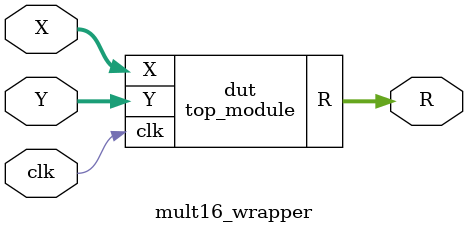
<source format=v>
/* Generated by Yosys 0.42+12 (git sha1 a55e8594b, clang++ 14.0.0-1ubuntu1.1 -fPIC -Os) */

(* top =  1  *)
(* src = "mult16_wrapper.v:3.1-19.10" *)
module mult16_wrapper(clk, X, Y, R);
  (* src = "mult16_wrapper.v:7.24-7.25" *)
  output [31:0] R;
  wire [31:0] R;
  (* src = "mult16_wrapper.v:5.24-5.25" *)
  input [15:0] X;
  wire [15:0] X;
  (* src = "mult16_wrapper.v:6.24-6.25" *)
  input [15:0] Y;
  wire [15:0] Y;
  (* src = "mult16_wrapper.v:4.24-4.27" *)
  input clk;
  wire clk;
  (* blackbox = 32'd1 *)
  (* module_not_derived = 32'd1 *)
  (* src = "mult16_wrapper.v:12.14-17.4" *)
  top_module dut (
    .R(R),
    .X(X),
    .Y(Y),
    .clk(clk)
  );
endmodule

module top_module(clk, X, Y, R);
  wire _0000_;
  wire _0001_;
  wire _0002_;
  wire _0003_;
  wire _0004_;
  wire _0005_;
  wire _0006_;
  wire _0007_;
  wire _0008_;
  wire _0009_;
  wire _0010_;
  wire _0011_;
  wire _0012_;
  wire _0013_;
  wire _0014_;
  wire _0015_;
  wire _0016_;
  wire _0017_;
  wire _0018_;
  wire _0019_;
  wire _0020_;
  wire _0021_;
  wire _0022_;
  wire _0023_;
  wire _0024_;
  wire _0025_;
  wire _0026_;
  wire _0027_;
  wire _0028_;
  wire _0029_;
  wire _0030_;
  wire _0031_;
  wire _0032_;
  wire _0033_;
  wire _0034_;
  wire _0035_;
  wire _0036_;
  wire _0037_;
  wire _0038_;
  wire _0039_;
  wire _0040_;
  wire _0041_;
  wire _0042_;
  wire _0043_;
  wire _0044_;
  wire _0045_;
  wire _0046_;
  wire _0047_;
  wire _0048_;
  wire _0049_;
  wire _0050_;
  wire _0051_;
  wire _0052_;
  wire _0053_;
  wire _0054_;
  wire _0055_;
  wire _0056_;
  wire _0057_;
  wire _0058_;
  wire _0059_;
  wire _0060_;
  wire _0061_;
  wire _0062_;
  wire _0063_;
  wire _0064_;
  wire _0065_;
  wire _0066_;
  wire _0067_;
  wire _0068_;
  wire _0069_;
  wire _0070_;
  wire _0071_;
  wire _0072_;
  wire _0073_;
  wire _0074_;
  wire _0075_;
  wire _0076_;
  wire _0077_;
  wire _0078_;
  wire _0079_;
  wire _0080_;
  wire _0081_;
  wire _0082_;
  wire _0083_;
  wire _0084_;
  wire _0085_;
  wire _0086_;
  wire _0087_;
  wire _0088_;
  wire _0089_;
  wire _0090_;
  wire _0091_;
  wire _0092_;
  wire _0093_;
  wire _0094_;
  wire _0095_;
  wire _0096_;
  wire _0097_;
  wire _0098_;
  wire _0099_;
  wire _0100_;
  wire _0101_;
  wire _0102_;
  wire _0103_;
  wire _0104_;
  wire _0105_;
  wire _0106_;
  wire _0107_;
  wire _0108_;
  wire _0109_;
  wire _0110_;
  wire _0111_;
  wire _0112_;
  wire _0113_;
  wire _0114_;
  wire _0115_;
  wire _0116_;
  wire _0117_;
  wire _0118_;
  wire _0119_;
  wire _0120_;
  wire _0121_;
  wire _0122_;
  wire _0123_;
  wire _0124_;
  wire _0125_;
  wire _0126_;
  wire _0127_;
  wire _0128_;
  wire _0129_;
  wire _0130_;
  wire _0131_;
  wire _0132_;
  wire _0133_;
  wire _0134_;
  wire _0135_;
  wire _0136_;
  wire _0137_;
  wire _0138_;
  wire _0139_;
  wire _0140_;
  wire _0141_;
  wire _0142_;
  wire _0143_;
  wire _0144_;
  wire _0145_;
  wire _0146_;
  wire _0147_;
  wire _0148_;
  wire _0149_;
  wire _0150_;
  wire _0151_;
  wire _0152_;
  wire _0153_;
  wire _0154_;
  wire _0155_;
  wire _0156_;
  wire _0157_;
  wire _0158_;
  wire _0159_;
  wire _0160_;
  wire _0161_;
  wire _0162_;
  wire _0163_;
  wire _0164_;
  wire _0165_;
  wire _0166_;
  wire _0167_;
  wire _0168_;
  wire _0169_;
  wire _0170_;
  wire _0171_;
  wire _0172_;
  wire _0173_;
  wire _0174_;
  wire _0175_;
  wire _0176_;
  wire _0177_;
  wire _0178_;
  wire _0179_;
  wire _0180_;
  wire _0181_;
  wire _0182_;
  wire _0183_;
  wire _0184_;
  wire _0185_;
  wire _0186_;
  wire _0187_;
  wire _0188_;
  wire _0189_;
  wire _0190_;
  wire _0191_;
  wire _0192_;
  wire _0193_;
  wire _0194_;
  wire _0195_;
  wire _0196_;
  wire _0197_;
  wire _0198_;
  wire _0199_;
  wire _0200_;
  wire _0201_;
  wire _0202_;
  wire _0203_;
  wire _0204_;
  wire _0205_;
  wire _0206_;
  wire _0207_;
  wire _0208_;
  wire _0209_;
  wire _0210_;
  wire _0211_;
  wire _0212_;
  wire _0213_;
  wire _0214_;
  wire _0215_;
  wire _0216_;
  wire _0217_;
  wire _0218_;
  wire _0219_;
  wire _0220_;
  wire _0221_;
  wire _0222_;
  wire _0223_;
  wire _0224_;
  wire _0225_;
  wire _0226_;
  wire _0227_;
  wire _0228_;
  wire _0229_;
  wire _0230_;
  wire _0231_;
  wire _0232_;
  wire _0233_;
  wire _0234_;
  wire _0235_;
  wire _0236_;
  wire _0237_;
  wire _0238_;
  wire _0239_;
  wire _0240_;
  wire _0241_;
  wire _0242_;
  wire _0243_;
  wire _0244_;
  wire _0245_;
  wire _0246_;
  wire _0247_;
  wire _0248_;
  wire _0249_;
  wire _0250_;
  wire _0251_;
  wire _0252_;
  wire _0253_;
  wire _0254_;
  wire _0255_;
  wire _0256_;
  wire _0257_;
  wire _0258_;
  wire _0259_;
  wire _0260_;
  wire _0261_;
  wire _0262_;
  wire _0263_;
  wire _0264_;
  wire _0265_;
  wire _0266_;
  wire _0267_;
  wire _0268_;
  wire _0269_;
  wire _0270_;
  wire _0271_;
  wire _0272_;
  wire _0273_;
  wire _0274_;
  wire _0275_;
  wire _0276_;
  wire _0277_;
  wire _0278_;
  wire _0279_;
  wire _0280_;
  wire _0281_;
  wire _0282_;
  wire _0283_;
  wire _0284_;
  wire _0285_;
  wire _0286_;
  wire _0287_;
  wire _0288_;
  wire _0289_;
  wire _0290_;
  wire _0291_;
  wire _0292_;
  wire _0293_;
  wire _0294_;
  wire _0295_;
  wire _0296_;
  wire _0297_;
  wire _0298_;
  wire _0299_;
  wire _0300_;
  wire _0301_;
  wire _0302_;
  wire _0303_;
  wire _0304_;
  wire _0305_;
  wire _0306_;
  wire _0307_;
  wire _0308_;
  wire _0309_;
  wire _0310_;
  wire _0311_;
  wire _0312_;
  wire _0313_;
  wire _0314_;
  wire _0315_;
  wire _0316_;
  wire _0317_;
  wire _0318_;
  wire _0319_;
  wire _0320_;
  wire _0321_;
  wire _0322_;
  wire _0323_;
  wire _0324_;
  wire _0325_;
  wire _0326_;
  wire _0327_;
  wire _0328_;
  wire _0329_;
  wire _0330_;
  wire _0331_;
  wire _0332_;
  wire _0333_;
  wire _0334_;
  wire _0335_;
  wire _0336_;
  wire _0337_;
  wire _0338_;
  wire _0339_;
  wire _0340_;
  wire _0341_;
  wire _0342_;
  wire _0343_;
  wire _0344_;
  wire _0345_;
  wire _0346_;
  wire _0347_;
  wire _0348_;
  wire _0349_;
  wire _0350_;
  wire _0351_;
  wire _0352_;
  wire _0353_;
  wire _0354_;
  wire _0355_;
  wire _0356_;
  wire _0357_;
  wire _0358_;
  wire _0359_;
  wire _0360_;
  wire _0361_;
  wire _0362_;
  wire _0363_;
  wire _0364_;
  wire _0365_;
  wire _0366_;
  wire _0367_;
  wire _0368_;
  wire _0369_;
  wire _0370_;
  wire _0371_;
  wire _0372_;
  wire _0373_;
  wire _0374_;
  wire _0375_;
  wire _0376_;
  wire _0377_;
  wire _0378_;
  wire _0379_;
  wire _0380_;
  wire _0381_;
  wire _0382_;
  wire _0383_;
  wire _0384_;
  wire _0385_;
  wire _0386_;
  wire _0387_;
  wire _0388_;
  wire _0389_;
  wire _0390_;
  wire _0391_;
  wire _0392_;
  wire _0393_;
  wire _0394_;
  wire _0395_;
  wire _0396_;
  wire _0397_;
  wire _0398_;
  wire _0399_;
  wire _0400_;
  wire _0401_;
  wire _0402_;
  wire _0403_;
  wire _0404_;
  wire _0405_;
  wire _0406_;
  wire _0407_;
  wire _0408_;
  wire _0409_;
  wire _0410_;
  wire _0411_;
  wire _0412_;
  wire _0413_;
  wire _0414_;
  wire _0415_;
  wire _0416_;
  wire _0417_;
  wire _0418_;
  wire _0419_;
  wire _0420_;
  wire _0421_;
  wire _0422_;
  wire _0423_;
  wire _0424_;
  wire _0425_;
  wire _0426_;
  wire _0427_;
  wire _0428_;
  wire _0429_;
  wire _0430_;
  wire _0431_;
  wire _0432_;
  wire _0433_;
  wire _0434_;
  wire _0435_;
  wire _0436_;
  wire _0437_;
  wire _0438_;
  wire _0439_;
  wire _0440_;
  wire _0441_;
  wire _0442_;
  wire _0443_;
  wire _0444_;
  wire _0445_;
  wire _0446_;
  wire _0447_;
  wire _0448_;
  wire _0449_;
  wire _0450_;
  wire _0451_;
  wire _0452_;
  wire _0453_;
  wire _0454_;
  wire _0455_;
  wire _0456_;
  wire _0457_;
  wire _0458_;
  wire _0459_;
  wire _0460_;
  wire _0461_;
  wire _0462_;
  wire _0463_;
  wire _0464_;
  wire _0465_;
  wire _0466_;
  wire _0467_;
  wire _0468_;
  wire _0469_;
  wire _0470_;
  wire _0471_;
  wire _0472_;
  wire _0473_;
  wire _0474_;
  wire _0475_;
  wire _0476_;
  wire _0477_;
  wire _0478_;
  wire _0479_;
  wire _0480_;
  wire _0481_;
  wire _0482_;
  wire _0483_;
  wire _0484_;
  wire _0485_;
  wire _0486_;
  wire _0487_;
  wire _0488_;
  wire _0489_;
  wire _0490_;
  wire _0491_;
  wire _0492_;
  wire _0493_;
  wire _0494_;
  wire _0495_;
  wire _0496_;
  wire _0497_;
  wire _0498_;
  wire _0499_;
  wire _0500_;
  wire _0501_;
  wire _0502_;
  wire _0503_;
  wire _0504_;
  wire _0505_;
  wire _0506_;
  wire _0507_;
  wire _0508_;
  wire _0509_;
  wire _0510_;
  wire _0511_;
  wire _0512_;
  wire _0513_;
  wire _0514_;
  wire _0515_;
  wire _0516_;
  wire _0517_;
  wire _0518_;
  wire _0519_;
  wire _0520_;
  wire _0521_;
  wire _0522_;
  wire _0523_;
  wire _0524_;
  wire _0525_;
  wire _0526_;
  wire _0527_;
  wire _0528_;
  wire _0529_;
  wire _0530_;
  wire _0531_;
  wire _0532_;
  wire _0533_;
  wire _0534_;
  wire _0535_;
  wire _0536_;
  wire _0537_;
  wire _0538_;
  wire _0539_;
  wire _0540_;
  wire _0541_;
  wire _0542_;
  wire _0543_;
  wire _0544_;
  wire _0545_;
  wire _0546_;
  wire _0547_;
  wire _0548_;
  wire _0549_;
  wire _0550_;
  wire _0551_;
  wire _0552_;
  wire _0553_;
  wire _0554_;
  wire _0555_;
  wire _0556_;
  wire _0557_;
  wire _0558_;
  wire _0559_;
  wire _0560_;
  wire _0561_;
  wire _0562_;
  wire _0563_;
  wire _0564_;
  wire _0565_;
  wire _0566_;
  wire _0567_;
  wire _0568_;
  wire _0569_;
  wire _0570_;
  wire _0571_;
  wire _0572_;
  wire _0573_;
  wire _0574_;
  wire _0575_;
  wire _0576_;
  wire _0577_;
  wire _0578_;
  wire _0579_;
  wire _0580_;
  wire _0581_;
  wire _0582_;
  wire _0583_;
  wire _0584_;
  wire _0585_;
  wire _0586_;
  wire _0587_;
  wire _0588_;
  wire _0589_;
  wire _0590_;
  wire _0591_;
  wire _0592_;
  wire _0593_;
  wire _0594_;
  wire _0595_;
  wire _0596_;
  wire _0597_;
  wire _0598_;
  wire _0599_;
  wire _0600_;
  wire _0601_;
  wire _0602_;
  wire _0603_;
  wire _0604_;
  wire _0605_;
  wire _0606_;
  wire _0607_;
  wire _0608_;
  wire _0609_;
  wire _0610_;
  wire _0611_;
  wire _0612_;
  wire _0613_;
  wire _0614_;
  wire _0615_;
  wire _0616_;
  wire _0617_;
  wire _0618_;
  wire _0619_;
  wire _0620_;
  wire _0621_;
  wire _0622_;
  wire _0623_;
  wire _0624_;
  wire _0625_;
  wire _0626_;
  wire _0627_;
  wire _0628_;
  wire _0629_;
  wire _0630_;
  wire _0631_;
  wire _0632_;
  wire _0633_;
  wire _0634_;
  wire _0635_;
  wire _0636_;
  wire _0637_;
  wire _0638_;
  wire _0639_;
  wire _0640_;
  wire _0641_;
  wire _0642_;
  wire _0643_;
  wire _0644_;
  wire _0645_;
  wire _0646_;
  wire _0647_;
  wire _0648_;
  wire _0649_;
  wire _0650_;
  wire _0651_;
  wire _0652_;
  wire _0653_;
  wire _0654_;
  wire _0655_;
  wire _0656_;
  wire _0657_;
  wire _0658_;
  wire _0659_;
  wire _0660_;
  wire _0661_;
  wire _0662_;
  wire _0663_;
  wire _0664_;
  wire _0665_;
  wire _0666_;
  wire _0667_;
  wire _0668_;
  wire _0669_;
  wire _0670_;
  wire _0671_;
  wire _0672_;
  wire _0673_;
  wire _0674_;
  wire _0675_;
  wire _0676_;
  wire _0677_;
  wire _0678_;
  wire _0679_;
  wire _0680_;
  wire _0681_;
  wire _0682_;
  wire _0683_;
  wire _0684_;
  wire _0685_;
  wire _0686_;
  wire _0687_;
  wire _0688_;
  wire _0689_;
  wire _0690_;
  wire _0691_;
  wire _0692_;
  wire _0693_;
  wire _0694_;
  wire _0695_;
  wire _0696_;
  wire _0697_;
  wire _0698_;
  wire _0699_;
  wire _0700_;
  wire _0701_;
  wire _0702_;
  wire _0703_;
  wire _0704_;
  wire _0705_;
  wire _0706_;
  wire _0707_;
  wire _0708_;
  wire _0709_;
  wire _0710_;
  wire _0711_;
  wire _0712_;
  wire _0713_;
  wire _0714_;
  wire _0715_;
  wire _0716_;
  wire _0717_;
  wire _0718_;
  wire _0719_;
  wire _0720_;
  wire _0721_;
  wire _0722_;
  wire _0723_;
  wire _0724_;
  wire _0725_;
  wire _0726_;
  wire _0727_;
  wire _0728_;
  wire _0729_;
  wire _0730_;
  wire _0731_;
  wire _0732_;
  wire _0733_;
  wire _0734_;
  wire _0735_;
  wire _0736_;
  wire _0737_;
  wire _0738_;
  wire _0739_;
  wire _0740_;
  wire _0741_;
  wire _0742_;
  wire _0743_;
  wire _0744_;
  wire _0745_;
  wire _0746_;
  wire _0747_;
  wire _0748_;
  wire _0749_;
  wire _0750_;
  wire _0751_;
  wire _0752_;
  wire _0753_;
  wire _0754_;
  wire _0755_;
  wire _0756_;
  wire _0757_;
  wire _0758_;
  wire _0759_;
  wire _0760_;
  wire _0761_;
  wire _0762_;
  wire _0763_;
  wire _0764_;
  wire _0765_;
  wire _0766_;
  wire _0767_;
  wire _0768_;
  wire _0769_;
  wire _0770_;
  wire _0771_;
  wire _0772_;
  wire _0773_;
  wire _0774_;
  wire _0775_;
  wire _0776_;
  wire _0777_;
  wire _0778_;
  wire _0779_;
  wire _0780_;
  wire _0781_;
  wire _0782_;
  wire _0783_;
  wire _0784_;
  wire _0785_;
  wire _0786_;
  wire _0787_;
  wire _0788_;
  wire _0789_;
  wire _0790_;
  wire _0791_;
  wire _0792_;
  wire _0793_;
  wire _0794_;
  wire _0795_;
  wire _0796_;
  wire _0797_;
  wire _0798_;
  wire _0799_;
  wire _0800_;
  wire _0801_;
  wire _0802_;
  wire _0803_;
  wire _0804_;
  wire _0805_;
  wire _0806_;
  wire _0807_;
  wire _0808_;
  wire _0809_;
  wire _0810_;
  wire _0811_;
  wire _0812_;
  wire _0813_;
  wire _0814_;
  wire _0815_;
  wire _0816_;
  wire _0817_;
  wire _0818_;
  wire _0819_;
  wire _0820_;
  wire _0821_;
  wire _0822_;
  wire _0823_;
  wire _0824_;
  wire _0825_;
  wire _0826_;
  wire _0827_;
  wire _0828_;
  wire _0829_;
  wire _0830_;
  wire _0831_;
  wire _0832_;
  wire _0833_;
  wire _0834_;
  wire _0835_;
  wire _0836_;
  wire _0837_;
  wire _0838_;
  wire _0839_;
  wire _0840_;
  wire _0841_;
  wire _0842_;
  wire _0843_;
  wire _0844_;
  wire _0845_;
  wire _0846_;
  wire _0847_;
  wire _0848_;
  wire _0849_;
  wire _0850_;
  wire _0851_;
  wire _0852_;
  wire _0853_;
  wire _0854_;
  wire _0855_;
  wire _0856_;
  wire _0857_;
  wire _0858_;
  wire _0859_;
  wire _0860_;
  wire _0861_;
  wire _0862_;
  wire _0863_;
  wire _0864_;
  wire _0865_;
  wire _0866_;
  wire _0867_;
  wire _0868_;
  wire _0869_;
  wire _0870_;
  wire _0871_;
  wire _0872_;
  wire _0873_;
  wire _0874_;
  wire _0875_;
  wire _0876_;
  wire _0877_;
  wire _0878_;
  wire _0879_;
  wire _0880_;
  wire _0881_;
  wire _0882_;
  wire _0883_;
  wire _0884_;
  wire _0885_;
  wire _0886_;
  wire _0887_;
  wire _0888_;
  wire _0889_;
  wire _0890_;
  wire _0891_;
  wire _0892_;
  wire _0893_;
  wire _0894_;
  wire _0895_;
  wire _0896_;
  wire _0897_;
  wire _0898_;
  wire _0899_;
  wire _0900_;
  wire _0901_;
  wire _0902_;
  wire _0903_;
  wire _0904_;
  wire _0905_;
  wire _0906_;
  wire _0907_;
  wire _0908_;
  wire _0909_;
  wire _0910_;
  wire _0911_;
  wire _0912_;
  wire _0913_;
  wire _0914_;
  wire _0915_;
  wire _0916_;
  wire _0917_;
  wire _0918_;
  wire _0919_;
  wire _0920_;
  wire _0921_;
  wire _0922_;
  wire _0923_;
  wire _0924_;
  wire _0925_;
  wire _0926_;
  wire _0927_;
  wire _0928_;
  wire _0929_;
  wire _0930_;
  wire _0931_;
  wire _0932_;
  wire _0933_;
  wire _0934_;
  wire _0935_;
  wire _0936_;
  wire _0937_;
  wire _0938_;
  wire _0939_;
  wire _0940_;
  wire _0941_;
  wire _0942_;
  wire _0943_;
  wire _0944_;
  wire _0945_;
  wire _0946_;
  wire _0947_;
  wire _0948_;
  wire _0949_;
  wire _0950_;
  wire _0951_;
  wire _0952_;
  wire _0953_;
  wire _0954_;
  wire _0955_;
  wire _0956_;
  wire _0957_;
  wire _0958_;
  wire _0959_;
  wire _0960_;
  wire _0961_;
  wire _0962_;
  wire _0963_;
  wire _0964_;
  wire _0965_;
  wire _0966_;
  wire _0967_;
  wire _0968_;
  wire _0969_;
  wire _0970_;
  wire _0971_;
  wire _0972_;
  wire _0973_;
  wire _0974_;
  wire _0975_;
  wire _0976_;
  wire _0977_;
  wire _0978_;
  wire _0979_;
  wire _0980_;
  wire _0981_;
  wire _0982_;
  wire _0983_;
  wire _0984_;
  wire _0985_;
  wire _0986_;
  wire _0987_;
  wire _0988_;
  wire _0989_;
  wire _0990_;
  wire _0991_;
  wire _0992_;
  wire _0993_;
  wire _0994_;
  wire _0995_;
  wire _0996_;
  wire _0997_;
  wire _0998_;
  wire _0999_;
  wire _1000_;
  wire _1001_;
  wire _1002_;
  wire _1003_;
  wire _1004_;
  wire _1005_;
  wire _1006_;
  wire _1007_;
  wire _1008_;
  wire _1009_;
  wire _1010_;
  wire _1011_;
  wire _1012_;
  wire _1013_;
  wire _1014_;
  wire _1015_;
  wire _1016_;
  wire _1017_;
  wire _1018_;
  wire _1019_;
  wire _1020_;
  wire _1021_;
  wire _1022_;
  wire _1023_;
  wire _1024_;
  wire _1025_;
  wire _1026_;
  wire _1027_;
  wire _1028_;
  wire _1029_;
  wire _1030_;
  wire _1031_;
  wire _1032_;
  wire _1033_;
  wire _1034_;
  wire _1035_;
  wire _1036_;
  wire _1037_;
  wire _1038_;
  wire _1039_;
  wire _1040_;
  wire _1041_;
  wire _1042_;
  wire _1043_;
  wire _1044_;
  wire _1045_;
  wire _1046_;
  wire _1047_;
  wire _1048_;
  wire _1049_;
  wire _1050_;
  wire _1051_;
  wire _1052_;
  wire _1053_;
  wire _1054_;
  wire _1055_;
  wire _1056_;
  wire _1057_;
  wire _1058_;
  wire _1059_;
  wire _1060_;
  wire _1061_;
  wire _1062_;
  wire _1063_;
  wire _1064_;
  wire _1065_;
  wire _1066_;
  wire _1067_;
  wire _1068_;
  wire _1069_;
  wire _1070_;
  wire _1071_;
  wire _1072_;
  wire _1073_;
  wire _1074_;
  wire _1075_;
  wire _1076_;
  wire _1077_;
  wire _1078_;
  wire _1079_;
  wire _1080_;
  wire _1081_;
  wire _1082_;
  wire _1083_;
  wire _1084_;
  wire _1085_;
  wire _1086_;
  wire _1087_;
  wire _1088_;
  wire _1089_;
  wire _1090_;
  wire _1091_;
  wire _1092_;
  wire _1093_;
  wire _1094_;
  wire _1095_;
  wire _1096_;
  wire _1097_;
  wire _1098_;
  wire _1099_;
  wire _1100_;
  wire _1101_;
  wire _1102_;
  wire _1103_;
  wire _1104_;
  wire _1105_;
  wire _1106_;
  wire _1107_;
  wire _1108_;
  wire _1109_;
  wire _1110_;
  wire _1111_;
  wire _1112_;
  wire _1113_;
  wire _1114_;
  wire _1115_;
  wire _1116_;
  wire _1117_;
  wire _1118_;
  wire _1119_;
  wire _1120_;
  wire _1121_;
  wire _1122_;
  wire _1123_;
  wire _1124_;
  wire _1125_;
  wire _1126_;
  wire _1127_;
  wire _1128_;
  wire _1129_;
  wire _1130_;
  wire _1131_;
  wire _1132_;
  wire _1133_;
  wire _1134_;
  wire _1135_;
  wire _1136_;
  wire _1137_;
  wire _1138_;
  wire _1139_;
  wire _1140_;
  wire _1141_;
  wire _1142_;
  wire _1143_;
  wire _1144_;
  wire _1145_;
  wire _1146_;
  wire _1147_;
  wire _1148_;
  wire _1149_;
  wire _1150_;
  wire _1151_;
  wire _1152_;
  wire _1153_;
  wire _1154_;
  wire _1155_;
  wire _1156_;
  wire _1157_;
  wire _1158_;
  wire _1159_;
  wire _1160_;
  wire _1161_;
  wire _1162_;
  wire _1163_;
  wire _1164_;
  wire _1165_;
  wire _1166_;
  wire _1167_;
  wire _1168_;
  wire _1169_;
  wire _1170_;
  wire _1171_;
  wire _1172_;
  wire _1173_;
  wire _1174_;
  wire _1175_;
  wire _1176_;
  wire _1177_;
  wire _1178_;
  wire _1179_;
  wire _1180_;
  wire _1181_;
  wire _1182_;
  wire _1183_;
  wire _1184_;
  wire _1185_;
  wire _1186_;
  wire _1187_;
  wire _1188_;
  wire _1189_;
  wire _1190_;
  wire _1191_;
  wire _1192_;
  wire _1193_;
  wire _1194_;
  wire _1195_;
  wire _1196_;
  wire _1197_;
  wire _1198_;
  wire _1199_;
  wire _1200_;
  wire _1201_;
  wire _1202_;
  wire _1203_;
  wire _1204_;
  wire _1205_;
  wire _1206_;
  wire _1207_;
  wire _1208_;
  wire _1209_;
  wire _1210_;
  wire _1211_;
  wire _1212_;
  wire _1213_;
  wire _1214_;
  wire _1215_;
  wire _1216_;
  wire _1217_;
  wire _1218_;
  wire _1219_;
  wire _1220_;
  wire _1221_;
  wire _1222_;
  wire _1223_;
  wire _1224_;
  wire _1225_;
  wire _1226_;
  wire _1227_;
  wire _1228_;
  wire _1229_;
  wire _1230_;
  wire _1231_;
  wire _1232_;
  wire _1233_;
  wire _1234_;
  wire _1235_;
  wire _1236_;
  wire _1237_;
  wire _1238_;
  wire _1239_;
  wire _1240_;
  wire _1241_;
  wire _1242_;
  wire _1243_;
  wire _1244_;
  wire _1245_;
  wire _1246_;
  wire _1247_;
  wire _1248_;
  wire _1249_;
  wire _1250_;
  wire _1251_;
  wire _1252_;
  wire _1253_;
  wire _1254_;
  wire _1255_;
  wire _1256_;
  wire _1257_;
  wire _1258_;
  wire _1259_;
  wire _1260_;
  wire _1261_;
  wire _1262_;
  wire _1263_;
  wire _1264_;
  wire _1265_;
  wire _1266_;
  wire _1267_;
  wire _1268_;
  wire _1269_;
  wire _1270_;
  wire _1271_;
  wire _1272_;
  wire _1273_;
  wire _1274_;
  wire _1275_;
  wire _1276_;
  wire _1277_;
  wire _1278_;
  wire _1279_;
  wire _1280_;
  wire _1281_;
  wire _1282_;
  wire _1283_;
  wire _1284_;
  wire _1285_;
  wire _1286_;
  wire _1287_;
  wire _1288_;
  wire _1289_;
  wire _1290_;
  wire _1291_;
  wire _1292_;
  wire _1293_;
  wire _1294_;
  wire _1295_;
  wire _1296_;
  wire _1297_;
  wire _1298_;
  wire _1299_;
  wire _1300_;
  wire _1301_;
  wire _1302_;
  wire _1303_;
  wire _1304_;
  wire _1305_;
  wire _1306_;
  wire _1307_;
  wire _1308_;
  wire _1309_;
  wire _1310_;
  wire _1311_;
  wire _1312_;
  wire _1313_;
  wire _1314_;
  wire _1315_;
  wire _1316_;
  wire _1317_;
  wire _1318_;
  wire _1319_;
  wire _1320_;
  wire _1321_;
  wire _1322_;
  wire _1323_;
  wire _1324_;
  wire _1325_;
  wire _1326_;
  wire _1327_;
  wire _1328_;
  wire _1329_;
  wire _1330_;
  wire _1331_;
  wire _1332_;
  wire _1333_;
  wire _1334_;
  wire _1335_;
  wire _1336_;
  wire _1337_;
  wire _1338_;
  wire _1339_;
  wire _1340_;
  wire _1341_;
  wire _1342_;
  wire _1343_;
  wire _1344_;
  wire _1345_;
  wire _1346_;
  wire _1347_;
  wire _1348_;
  wire _1349_;
  wire _1350_;
  wire _1351_;
  wire _1352_;
  wire _1353_;
  wire _1354_;
  wire _1355_;
  wire _1356_;
  wire _1357_;
  wire _1358_;
  wire _1359_;
  wire _1360_;
  wire _1361_;
  wire _1362_;
  wire _1363_;
  wire _1364_;
  wire _1365_;
  wire _1366_;
  wire _1367_;
  wire _1368_;
  wire _1369_;
  wire _1370_;
  wire _1371_;
  wire _1372_;
  wire _1373_;
  wire _1374_;
  wire _1375_;
  wire _1376_;
  wire _1377_;
  wire _1378_;
  wire _1379_;
  wire _1380_;
  wire _1381_;
  wire _1382_;
  wire _1383_;
  wire _1384_;
  wire _1385_;
  wire _1386_;
  wire _1387_;
  wire _1388_;
  wire _1389_;
  wire _1390_;
  wire _1391_;
  wire _1392_;
  wire _1393_;
  wire _1394_;
  wire _1395_;
  wire _1396_;
  wire _1397_;
  wire _1398_;
  wire _1399_;
  wire _1400_;
  wire _1401_;
  wire _1402_;
  wire _1403_;
  wire _1404_;
  wire _1405_;
  wire _1406_;
  wire _1407_;
  wire _1408_;
  wire _1409_;
  wire _1410_;
  wire _1411_;
  wire _1412_;
  wire _1413_;
  wire _1414_;
  wire _1415_;
  wire _1416_;
  wire _1417_;
  wire _1418_;
  wire _1419_;
  wire _1420_;
  wire _1421_;
  wire _1422_;
  wire _1423_;
  wire _1424_;
  wire _1425_;
  wire _1426_;
  wire _1427_;
  wire _1428_;
  wire _1429_;
  wire _1430_;
  wire _1431_;
  wire _1432_;
  wire _1433_;
  wire _1434_;
  wire _1435_;
  wire _1436_;
  wire _1437_;
  wire _1438_;
  wire _1439_;
  wire _1440_;
  wire _1441_;
  wire _1442_;
  wire _1443_;
  wire _1444_;
  wire _1445_;
  wire _1446_;
  wire _1447_;
  wire _1448_;
  wire _1449_;
  wire _1450_;
  wire _1451_;
  wire _1452_;
  wire _1453_;
  wire _1454_;
  wire _1455_;
  wire _1456_;
  wire _1457_;
  wire _1458_;
  wire _1459_;
  wire _1460_;
  wire _1461_;
  wire _1462_;
  wire _1463_;
  wire _1464_;
  wire _1465_;
  wire _1466_;
  wire _1467_;
  wire _1468_;
  wire _1469_;
  wire _1470_;
  wire _1471_;
  wire _1472_;
  wire _1473_;
  wire _1474_;
  wire _1475_;
  wire _1476_;
  wire _1477_;
  wire _1478_;
  wire _1479_;
  wire _1480_;
  wire _1481_;
  wire _1482_;
  wire _1483_;
  wire _1484_;
  wire _1485_;
  wire _1486_;
  wire _1487_;
  wire _1488_;
  wire _1489_;
  wire _1490_;
  wire _1491_;
  wire _1492_;
  wire _1493_;
  wire _1494_;
  wire _1495_;
  wire _1496_;
  wire _1497_;
  wire _1498_;
  wire _1499_;
  wire _1500_;
  wire _1501_;
  wire _1502_;
  wire _1503_;
  wire _1504_;
  wire _1505_;
  wire _1506_;
  wire _1507_;
  wire _1508_;
  wire _1509_;
  wire _1510_;
  wire _1511_;
  wire _1512_;
  wire _1513_;
  wire _1514_;
  wire _1515_;
  wire _1516_;
  wire _1517_;
  wire _1518_;
  wire _1519_;
  wire _1520_;
  wire _1521_;
  wire _1522_;
  wire _1523_;
  wire _1524_;
  wire _1525_;
  wire _1526_;
  wire _1527_;
  wire _1528_;
  wire _1529_;
  wire _1530_;
  wire _1531_;
  wire _1532_;
  wire _1533_;
  wire _1534_;
  wire _1535_;
  wire _1536_;
  wire _1537_;
  wire _1538_;
  wire _1539_;
  wire _1540_;
  wire _1541_;
  wire _1542_;
  wire _1543_;
  wire _1544_;
  wire _1545_;
  wire _1546_;
  wire _1547_;
  wire _1548_;
  wire _1549_;
  wire _1550_;
  wire _1551_;
  wire _1552_;
  wire _1553_;
  wire _1554_;
  wire _1555_;
  wire _1556_;
  wire _1557_;
  wire _1558_;
  wire _1559_;
  wire _1560_;
  wire _1561_;
  wire _1562_;
  wire _1563_;
  wire _1564_;
  wire _1565_;
  wire _1566_;
  wire _1567_;
  wire _1568_;
  wire _1569_;
  wire _1570_;
  wire _1571_;
  wire _1572_;
  wire _1573_;
  wire _1574_;
  wire _1575_;
  wire _1576_;
  wire _1577_;
  wire _1578_;
  wire _1579_;
  wire _1580_;
  wire _1581_;
  wire _1582_;
  wire _1583_;
  wire _1584_;
  wire _1585_;
  wire _1586_;
  wire _1587_;
  wire _1588_;
  wire _1589_;
  wire _1590_;
  wire _1591_;
  wire _1592_;
  wire _1593_;
  wire _1594_;
  wire _1595_;
  wire _1596_;
  wire _1597_;
  wire _1598_;
  wire _1599_;
  wire _1600_;
  wire _1601_;
  wire _1602_;
  wire _1603_;
  wire _1604_;
  wire _1605_;
  wire _1606_;
  wire _1607_;
  wire _1608_;
  wire _1609_;
  wire _1610_;
  wire _1611_;
  wire _1612_;
  wire _1613_;
  wire _1614_;
  wire _1615_;
  wire _1616_;
  wire _1617_;
  wire _1618_;
  wire _1619_;
  wire _1620_;
  wire _1621_;
  wire _1622_;
  wire _1623_;
  wire _1624_;
  wire _1625_;
  wire _1626_;
  wire _1627_;
  wire _1628_;
  wire _1629_;
  wire _1630_;
  wire _1631_;
  wire _1632_;
  wire _1633_;
  wire _1634_;
  wire _1635_;
  wire _1636_;
  wire _1637_;
  wire _1638_;
  wire _1639_;
  wire _1640_;
  wire _1641_;
  wire _1642_;
  wire _1643_;
  wire _1644_;
  wire _1645_;
  wire _1646_;
  wire _1647_;
  wire _1648_;
  wire _1649_;
  wire _1650_;
  wire _1651_;
  wire _1652_;
  wire _1653_;
  wire _1654_;
  wire _1655_;
  wire _1656_;
  wire _1657_;
  wire _1658_;
  wire _1659_;
  wire _1660_;
  wire _1661_;
  wire _1662_;
  wire _1663_;
  wire _1664_;
  wire _1665_;
  wire _1666_;
  wire _1667_;
  wire _1668_;
  wire _1669_;
  wire _1670_;
  wire _1671_;
  wire _1672_;
  wire _1673_;
  wire _1674_;
  wire _1675_;
  wire _1676_;
  wire _1677_;
  wire _1678_;
  wire _1679_;
  wire _1680_;
  wire _1681_;
  wire _1682_;
  wire _1683_;
  wire _1684_;
  wire _1685_;
  wire _1686_;
  wire _1687_;
  wire _1688_;
  wire _1689_;
  wire _1690_;
  wire _1691_;
  wire _1692_;
  wire _1693_;
  wire _1694_;
  wire _1695_;
  wire _1696_;
  wire _1697_;
  wire _1698_;
  wire _1699_;
  wire _1700_;
  wire _1701_;
  wire _1702_;
  wire _1703_;
  wire _1704_;
  wire _1705_;
  wire _1706_;
  wire _1707_;
  wire _1708_;
  wire _1709_;
  wire _1710_;
  wire _1711_;
  wire _1712_;
  wire _1713_;
  wire _1714_;
  wire _1715_;
  wire _1716_;
  wire _1717_;
  wire _1718_;
  wire _1719_;
  wire _1720_;
  wire _1721_;
  wire _1722_;
  wire _1723_;
  wire _1724_;
  wire _1725_;
  wire _1726_;
  wire _1727_;
  wire _1728_;
  wire _1729_;
  wire _1730_;
  wire _1731_;
  wire _1732_;
  wire _1733_;
  wire _1734_;
  wire _1735_;
  output [31:0] R;
  wire [31:0] R;
  input [15:0] X;
  wire [15:0] X;
  input [15:0] Y;
  wire [15:0] Y;
  input clk;
  wire clk;
  wire [31:0] rr;
  wire [15:0] xx;
  wire [15:0] yy;
  assign R[0] = Y[0] & X[0];
  assign _1368_ = Y[0] & X[2];
  assign _1379_ = Y[1] & X[1];
  assign _1390_ = ~(_1379_ ^ _1368_);
  assign _1400_ = Y[2] & X[0];
  assign _1411_ = _1400_ ^ _1390_;
  assign _1422_ = Y[0] & X[1];
  assign _1433_ = Y[1] & X[0];
  assign _1444_ = _1433_ & _1422_;
  assign R[2] = ~(_1444_ ^ _1411_);
  assign _1465_ = Y[0] & X[3];
  assign _1476_ = Y[1] & X[2];
  assign _1487_ = _1476_ ^ _1465_;
  assign _1497_ = Y[2] & X[1];
  assign _1508_ = ~_1497_;
  assign _1519_ = _1508_ ^ _1487_;
  assign _1530_ = ~(_1379_ & _1368_);
  assign _1541_ = _1400_ & ~(_1390_);
  assign _1552_ = _1530_ & ~(_1541_);
  assign _1563_ = ~(_1552_ ^ _1519_);
  assign _1574_ = Y[3] & X[0];
  assign _1585_ = _1574_ ^ _1563_;
  assign _1596_ = _1444_ & ~(_1411_);
  assign R[3] = ~(_1596_ ^ _1585_);
  assign _1616_ = ~(Y[0] & X[4]);
  assign _1627_ = ~(Y[1] & X[3]);
  assign _1638_ = _1627_ ^ _1616_;
  assign _1649_ = ~(Y[2] & X[2]);
  assign _1660_ = _1649_ ^ _1638_;
  assign _1671_ = ~(_1476_ & _1465_);
  assign _1682_ = _1487_ & ~(_1508_);
  assign _1693_ = _1671_ & ~(_1682_);
  assign _1704_ = _1693_ ^ _1660_;
  assign _1714_ = Y[3] & X[1];
  assign _1725_ = Y[4] & X[0];
  assign _0000_ = ~(_1725_ ^ _1714_);
  assign _0011_ = _0000_ ^ _1704_;
  assign _0022_ = ~_0011_;
  assign _0033_ = _1552_ | _1519_;
  assign _0044_ = _1574_ & ~(_1563_);
  assign _0055_ = _0033_ & ~(_0044_);
  assign _0066_ = _0055_ ^ _0022_;
  assign _0076_ = _1596_ & ~(_1585_);
  assign R[4] = ~(_0076_ ^ _0066_);
  assign _0097_ = ~(Y[0] & X[5]);
  assign _0108_ = ~(Y[1] & X[4]);
  assign _0119_ = _0108_ ^ _0097_;
  assign _0130_ = ~(Y[2] & X[3]);
  assign _0141_ = _0130_ ^ _0119_;
  assign _0152_ = _1627_ | _1616_;
  assign _0162_ = _1638_ & ~(_1649_);
  assign _0173_ = _0152_ & ~(_0162_);
  assign _0184_ = _0173_ ^ _0141_;
  assign _0195_ = ~(Y[3] & X[2]);
  assign _0206_ = Y[4] & X[1];
  assign _0217_ = _0206_ ^ _0195_;
  assign _0228_ = Y[5] & X[0];
  assign _0239_ = _0228_ ^ _0217_;
  assign _0250_ = _0239_ ^ _0184_;
  assign _0260_ = _1693_ | _1660_;
  assign _0271_ = _1704_ & ~(_0000_);
  assign _0282_ = _0260_ & ~(_0271_);
  assign _0293_ = _0282_ ^ _0250_;
  assign _0304_ = _1725_ & _1714_;
  assign _0315_ = ~_0304_;
  assign _0326_ = _0315_ ^ _0293_;
  assign _0336_ = _0022_ & ~(_0055_);
  assign _0347_ = _0336_ ^ _0326_;
  assign _0358_ = _0076_ & ~(_0066_);
  assign R[5] = ~(_0358_ ^ _0347_);
  assign _0379_ = ~(Y[0] & X[6]);
  assign _0390_ = ~(Y[1] & X[5]);
  assign _0401_ = _0390_ ^ _0379_;
  assign _0412_ = ~(Y[2] & X[4]);
  assign _0422_ = _0412_ ^ _0401_;
  assign _0433_ = _0108_ | _0097_;
  assign _0444_ = _0119_ & ~(_0130_);
  assign _0455_ = _0433_ & ~(_0444_);
  assign _0466_ = _0455_ ^ _0422_;
  assign _0477_ = ~(Y[3] & X[3]);
  assign _0487_ = Y[4] & X[2];
  assign _0498_ = _0487_ ^ _0477_;
  assign _0509_ = Y[5] & X[1];
  assign _0520_ = _0509_ ^ _0498_;
  assign _0531_ = _0520_ ^ _0466_;
  assign _0542_ = _0173_ | _0141_;
  assign _0553_ = _0184_ & ~(_0239_);
  assign _0564_ = _0542_ & ~(_0553_);
  assign _0574_ = _0564_ ^ _0531_;
  assign _0585_ = _0206_ & ~(_0195_);
  assign _0596_ = _0228_ & ~(_0217_);
  assign _0607_ = ~(_0596_ | _0585_);
  assign _0618_ = Y[6] & X[0];
  assign _0628_ = _0618_ ^ _0607_;
  assign _0639_ = _0628_ ^ _0574_;
  assign _0650_ = ~_0639_;
  assign _0661_ = _0282_ | _0250_;
  assign _0672_ = _0293_ & ~(_0315_);
  assign _0683_ = _0661_ & ~(_0672_);
  assign _0693_ = _0683_ ^ _0650_;
  assign _0704_ = _0336_ & ~(_0326_);
  assign _0715_ = _0704_ ^ _0693_;
  assign _0726_ = _0358_ & ~(_0347_);
  assign R[6] = ~(_0726_ ^ _0715_);
  assign _0746_ = ~(Y[0] & X[8]);
  assign _0757_ = ~(Y[1] & X[7]);
  assign _0768_ = _0757_ ^ _0746_;
  assign _0779_ = ~(Y[2] & X[6]);
  assign _0789_ = _0779_ ^ _0768_;
  assign _0800_ = ~(Y[0] & X[7]);
  assign _0811_ = Y[1] & X[6];
  assign _0822_ = _0800_ | ~(_0811_);
  assign _0832_ = Y[2] & X[5];
  assign _0843_ = _0811_ ^ _0800_;
  assign _0854_ = _0832_ & ~(_0843_);
  assign _0865_ = _0822_ & ~(_0854_);
  assign _0875_ = _0865_ ^ _0789_;
  assign _0886_ = ~(Y[3] & X[5]);
  assign _0897_ = ~(Y[4] & X[4]);
  assign _0898_ = _0897_ ^ _0886_;
  assign _0899_ = ~(Y[5] & X[3]);
  assign _0900_ = _0899_ ^ _0898_;
  assign _0901_ = _0900_ ^ _0875_;
  assign _0902_ = ~(_0843_ ^ _0832_);
  assign _0903_ = _0390_ | _0379_;
  assign _0904_ = _0401_ & ~(_0412_);
  assign _0905_ = _0903_ & ~(_0904_);
  assign _0906_ = _0905_ | ~(_0902_);
  assign _0907_ = Y[3] & X[4];
  assign _0908_ = Y[4] & X[3];
  assign _0909_ = _0908_ ^ _0907_;
  assign _0910_ = Y[5] & X[2];
  assign _0911_ = _0910_ ^ _0909_;
  assign _0912_ = _0905_ ^ _0902_;
  assign _0913_ = _0911_ & ~(_0912_);
  assign _0914_ = _0906_ & ~(_0913_);
  assign _0915_ = _0914_ ^ _0901_;
  assign _0916_ = _0908_ & _0907_;
  assign _0917_ = _0910_ & _0909_;
  assign _0918_ = ~(_0917_ | _0916_);
  assign _0919_ = ~(Y[6] & X[2]);
  assign _0920_ = Y[7] & X[1];
  assign _0921_ = ~(_0920_ ^ _0919_);
  assign _0922_ = Y[8] & X[0];
  assign _0923_ = ~_0922_;
  assign _0924_ = _0923_ ^ _0921_;
  assign _0925_ = _0924_ ^ _0918_;
  assign _0926_ = Y[6] & X[1];
  assign _0927_ = Y[7] & X[0];
  assign _0928_ = _0927_ & _0926_;
  assign _0929_ = ~_0928_;
  assign _0930_ = _0929_ ^ _0925_;
  assign _0931_ = _0930_ ^ _0915_;
  assign _0932_ = ~(_0912_ ^ _0911_);
  assign _0933_ = _0455_ | _0422_;
  assign _0934_ = _0466_ & ~(_0520_);
  assign _0935_ = _0933_ & ~(_0934_);
  assign _0936_ = _0935_ | ~(_0932_);
  assign _0937_ = _0487_ & ~(_0477_);
  assign _0938_ = _0509_ & ~(_0498_);
  assign _0939_ = ~(_0938_ | _0937_);
  assign _0940_ = ~(_0927_ ^ _0926_);
  assign _0941_ = ~(_0940_ ^ _0939_);
  assign _0942_ = _0935_ ^ _0932_;
  assign _0943_ = ~(_0942_ | _0941_);
  assign _0944_ = _0936_ & ~(_0943_);
  assign _0945_ = _0944_ ^ _0931_;
  assign _0946_ = ~(_0940_ | _0939_);
  assign _0947_ = ~_0946_;
  assign _0948_ = _0947_ ^ _0945_;
  assign _0949_ = ~_0948_;
  assign _0950_ = _0942_ ^ _0941_;
  assign _0951_ = _0564_ | _0531_;
  assign _0952_ = _0574_ & ~(_0628_);
  assign _0953_ = _0951_ & ~(_0952_);
  assign _0954_ = _0953_ | ~(_0950_);
  assign _0955_ = _0618_ & ~(_0607_);
  assign _0956_ = _0953_ ^ _0950_;
  assign _0957_ = _0955_ & ~(_0956_);
  assign _0958_ = _0954_ & ~(_0957_);
  assign _0959_ = _0958_ ^ _0949_;
  assign _0960_ = _0956_ ^ _0955_;
  assign _0961_ = _0650_ & ~(_0683_);
  assign _0962_ = _0961_ & ~(_0960_);
  assign _0963_ = _0962_ ^ _0959_;
  assign _0964_ = _0961_ ^ _0960_;
  assign _0965_ = _0693_ | ~(_0704_);
  assign _0966_ = _0965_ | _0964_;
  assign _0967_ = ~(_0966_ ^ _0963_);
  assign _0968_ = ~(_0965_ ^ _0964_);
  assign _0969_ = _0726_ & ~(_0715_);
  assign _0970_ = _0969_ & ~(_0968_);
  assign _0971_ = ~_0970_;
  assign R[8] = _0971_ ^ _0967_;
  assign _0972_ = ~(Y[0] & X[9]);
  assign _0973_ = ~(Y[1] & X[8]);
  assign _0974_ = _0973_ ^ _0972_;
  assign _0975_ = ~(Y[2] & X[7]);
  assign _0976_ = _0975_ ^ _0974_;
  assign _0977_ = _0757_ | _0746_;
  assign _0978_ = _0768_ & ~(_0779_);
  assign _0979_ = _0977_ & ~(_0978_);
  assign _0980_ = _0979_ ^ _0976_;
  assign _0981_ = ~(Y[3] & X[6]);
  assign _0982_ = ~(Y[4] & X[5]);
  assign _0983_ = _0982_ ^ _0981_;
  assign _0984_ = ~(Y[5] & X[4]);
  assign _0985_ = _0984_ ^ _0983_;
  assign _0986_ = _0985_ ^ _0980_;
  assign _0987_ = _0865_ | _0789_;
  assign _0988_ = _0875_ & ~(_0900_);
  assign _0989_ = _0987_ & ~(_0988_);
  assign _0990_ = _0989_ ^ _0986_;
  assign _0991_ = _0897_ | _0886_;
  assign _0992_ = _0898_ & ~(_0899_);
  assign _0993_ = _0991_ & ~(_0992_);
  assign _0994_ = ~(Y[6] & X[3]);
  assign _0995_ = Y[7] & X[2];
  assign _0996_ = ~(_0995_ ^ _0994_);
  assign _0997_ = Y[8] & X[1];
  assign _0998_ = ~_0997_;
  assign _0999_ = _0998_ ^ _0996_;
  assign _1000_ = _0999_ ^ _0993_;
  assign _1001_ = _0919_ | ~(_0920_);
  assign _1002_ = _0921_ & ~(_0923_);
  assign _1003_ = _1001_ & ~(_1002_);
  assign _1004_ = _1003_ ^ _1000_;
  assign _1005_ = _1004_ ^ _0990_;
  assign _1006_ = _0914_ | _0901_;
  assign _1007_ = _0915_ & ~(_0930_);
  assign _1008_ = _1006_ & ~(_1007_);
  assign _1009_ = _1008_ ^ _1005_;
  assign _1010_ = ~(_0924_ | _0918_);
  assign _1011_ = _0925_ & ~(_0929_);
  assign _1012_ = ~(_1011_ | _1010_);
  assign _1013_ = Y[9] & X[0];
  assign _1014_ = _1013_ ^ _1012_;
  assign _1015_ = _1014_ ^ _1009_;
  assign _1016_ = ~_1015_;
  assign _1017_ = _0944_ | _0931_;
  assign _1018_ = _0945_ & ~(_0947_);
  assign _1019_ = _1017_ & ~(_1018_);
  assign _1020_ = _1019_ ^ _1016_;
  assign _1021_ = _0949_ & ~(_0958_);
  assign _1022_ = _1021_ ^ _1020_;
  assign _1023_ = _0962_ & ~(_0959_);
  assign _1024_ = _1023_ ^ _1022_;
  assign _1025_ = _0966_ | _0963_;
  assign _1026_ = _0970_ & ~(_0967_);
  assign _1027_ = _1025_ & ~(_1026_);
  assign R[9] = _1027_ ^ _1024_;
  assign _1028_ = ~(Y[0] & X[10]);
  assign _1029_ = ~(Y[1] & X[9]);
  assign _1030_ = _1029_ ^ _1028_;
  assign _1031_ = ~(Y[2] & X[8]);
  assign _1032_ = _1031_ ^ _1030_;
  assign _1033_ = _0973_ | _0972_;
  assign _1034_ = _0974_ & ~(_0975_);
  assign _1035_ = _1033_ & ~(_1034_);
  assign _1036_ = _1035_ ^ _1032_;
  assign _1037_ = ~(Y[3] & X[7]);
  assign _1038_ = Y[4] & X[6];
  assign _1039_ = ~(_1038_ ^ _1037_);
  assign _1040_ = Y[5] & X[5];
  assign _1041_ = ~_1040_;
  assign _1042_ = _1041_ ^ _1039_;
  assign _1043_ = _1042_ ^ _1036_;
  assign _1044_ = _0979_ | _0976_;
  assign _1045_ = _0980_ & ~(_0985_);
  assign _1046_ = _1044_ & ~(_1045_);
  assign _1047_ = _1046_ ^ _1043_;
  assign _1048_ = _0982_ | _0981_;
  assign _1049_ = _0983_ & ~(_0984_);
  assign _1050_ = _1048_ & ~(_1049_);
  assign _1051_ = ~(Y[6] & X[4]);
  assign _1052_ = Y[7] & X[3];
  assign _1053_ = _1052_ ^ _1051_;
  assign _1054_ = Y[8] & X[2];
  assign _1055_ = _1054_ ^ _1053_;
  assign _1056_ = _1055_ ^ _1050_;
  assign _1057_ = _0994_ | ~(_0995_);
  assign _1058_ = _0996_ & ~(_0998_);
  assign _1059_ = _1057_ & ~(_1058_);
  assign _1060_ = _1059_ ^ _1056_;
  assign _1061_ = _1060_ ^ _1047_;
  assign _1062_ = _0989_ | _0986_;
  assign _1063_ = _0990_ & ~(_1004_);
  assign _1064_ = _1062_ & ~(_1063_);
  assign _1065_ = _1064_ ^ _1061_;
  assign _1066_ = ~(_0999_ | _0993_);
  assign _1067_ = _1000_ & ~(_1003_);
  assign _1068_ = _1067_ | _1066_;
  assign _1069_ = Y[9] & X[1];
  assign _1070_ = Y[10] & X[0];
  assign _1071_ = ~(_1070_ ^ _1069_);
  assign _1072_ = _1071_ ^ _1068_;
  assign _1073_ = _1072_ ^ _1065_;
  assign _1074_ = _1008_ | _1005_;
  assign _1075_ = _1009_ & ~(_1014_);
  assign _1076_ = _1074_ & ~(_1075_);
  assign _1077_ = _1076_ ^ _1073_;
  assign _1078_ = _1013_ & ~(_1012_);
  assign _1079_ = ~_1078_;
  assign _1080_ = _1079_ ^ _1077_;
  assign _1081_ = _1016_ & ~(_1019_);
  assign _1082_ = _1081_ ^ _1080_;
  assign _1083_ = _1020_ | ~(_1021_);
  assign _1084_ = ~(_1083_ ^ _1082_);
  assign _1085_ = _1023_ & ~(_1022_);
  assign _1086_ = ~(_1025_ | _1024_);
  assign _1087_ = _1086_ | _1085_;
  assign _1088_ = _1024_ | _0967_;
  assign _1089_ = _1088_ | _0971_;
  assign _1090_ = _1089_ & ~(_1087_);
  assign R[10] = _1090_ ^ _1084_;
  assign _1091_ = ~(Y[0] & X[11]);
  assign _1092_ = ~(Y[1] & X[10]);
  assign _1093_ = _1092_ ^ _1091_;
  assign _1094_ = ~(Y[2] & X[9]);
  assign _1095_ = _1094_ ^ _1093_;
  assign _1096_ = _1029_ | _1028_;
  assign _1097_ = _1030_ & ~(_1031_);
  assign _1098_ = _1096_ & ~(_1097_);
  assign _1099_ = _1098_ ^ _1095_;
  assign _1100_ = ~(Y[3] & X[8]);
  assign _1101_ = ~(Y[4] & X[7]);
  assign _1102_ = _1101_ ^ _1100_;
  assign _1103_ = ~(Y[5] & X[6]);
  assign _1104_ = _1103_ ^ _1102_;
  assign _1105_ = _1104_ ^ _1099_;
  assign _1106_ = _1035_ | _1032_;
  assign _1107_ = _1036_ & ~(_1042_);
  assign _1108_ = _1106_ & ~(_1107_);
  assign _1109_ = _1108_ ^ _1105_;
  assign _1110_ = _1037_ | ~(_1038_);
  assign _1111_ = _1039_ & ~(_1041_);
  assign _1112_ = _1110_ & ~(_1111_);
  assign _1113_ = ~(Y[6] & X[5]);
  assign _1114_ = ~(Y[7] & X[4]);
  assign _1115_ = _1114_ ^ _1113_;
  assign _1116_ = ~(Y[8] & X[3]);
  assign _1117_ = _1116_ ^ _1115_;
  assign _1118_ = _1117_ ^ _1112_;
  assign _1119_ = _1051_ | ~(_1052_);
  assign _1120_ = _1054_ & ~(_1053_);
  assign _1121_ = _1119_ & ~(_1120_);
  assign _1122_ = _1121_ ^ _1118_;
  assign _1123_ = _1122_ ^ _1109_;
  assign _1124_ = _1046_ | _1043_;
  assign _1125_ = _1047_ & ~(_1060_);
  assign _1126_ = _1124_ & ~(_1125_);
  assign _1127_ = _1126_ ^ _1123_;
  assign _1128_ = ~(_1055_ | _1050_);
  assign _1129_ = _1056_ & ~(_1059_);
  assign _1130_ = _1129_ | _1128_;
  assign _1131_ = ~(Y[9] & X[2]);
  assign _1132_ = ~(Y[10] & X[1]);
  assign _1133_ = _1132_ ^ _1131_;
  assign _1134_ = ~(Y[11] & X[0]);
  assign _1135_ = _1134_ ^ _1133_;
  assign _1136_ = _1070_ & _1069_;
  assign _1137_ = _1136_ ^ _1135_;
  assign _1138_ = _1137_ ^ _1130_;
  assign _1139_ = _1138_ ^ _1127_;
  assign _1140_ = _1064_ | _1061_;
  assign _1141_ = _1065_ & ~(_1072_);
  assign _1142_ = _1140_ & ~(_1141_);
  assign _1143_ = _1142_ ^ _1139_;
  assign _1144_ = _1068_ & ~(_1071_);
  assign _1145_ = ~_1144_;
  assign _1146_ = _1145_ ^ _1143_;
  assign _1147_ = _1076_ | _1073_;
  assign _1148_ = _1077_ & ~(_1079_);
  assign _1149_ = _1147_ & ~(_1148_);
  assign _1150_ = _1149_ ^ _1146_;
  assign _1151_ = _1080_ | ~(_1081_);
  assign _1152_ = _1151_ ^ _1150_;
  assign _1153_ = _1083_ | _1082_;
  assign _1154_ = ~(_1090_ | _1084_);
  assign _1155_ = _1153_ & ~(_1154_);
  assign R[11] = _1155_ ^ _1152_;
  assign _1156_ = ~(Y[0] & X[12]);
  assign _1157_ = ~(Y[1] & X[11]);
  assign _1158_ = _1157_ ^ _1156_;
  assign _1159_ = ~(Y[2] & X[10]);
  assign _1160_ = _1159_ ^ _1158_;
  assign _1161_ = _1092_ | _1091_;
  assign _1162_ = _1093_ & ~(_1094_);
  assign _1163_ = _1161_ & ~(_1162_);
  assign _1164_ = _1163_ ^ _1160_;
  assign _1165_ = ~(Y[3] & X[9]);
  assign _1166_ = ~(Y[4] & X[8]);
  assign _1167_ = _1166_ ^ _1165_;
  assign _1168_ = ~(Y[5] & X[7]);
  assign _1169_ = _1168_ ^ _1167_;
  assign _1170_ = _1169_ ^ _1164_;
  assign _1171_ = _1098_ | _1095_;
  assign _1172_ = _1099_ & ~(_1104_);
  assign _1173_ = _1171_ & ~(_1172_);
  assign _1174_ = _1173_ ^ _1170_;
  assign _1175_ = _1101_ | _1100_;
  assign _1176_ = _1102_ & ~(_1103_);
  assign _1177_ = _1175_ & ~(_1176_);
  assign _1178_ = ~(Y[6] & X[6]);
  assign _1179_ = ~(Y[7] & X[5]);
  assign _1180_ = _1179_ ^ _1178_;
  assign _1181_ = ~(Y[8] & X[4]);
  assign _1182_ = _1181_ ^ _1180_;
  assign _1183_ = _1182_ ^ _1177_;
  assign _1184_ = _1114_ | _1113_;
  assign _1185_ = _1115_ & ~(_1116_);
  assign _1186_ = _1184_ & ~(_1185_);
  assign _1187_ = _1186_ ^ _1183_;
  assign _1188_ = _1187_ ^ _1174_;
  assign _1189_ = _1108_ | _1105_;
  assign _1190_ = _1109_ & ~(_1122_);
  assign _1191_ = _1189_ & ~(_1190_);
  assign _1192_ = _1191_ ^ _1188_;
  assign _1193_ = _1117_ | _1112_;
  assign _1194_ = _1118_ & ~(_1121_);
  assign _1195_ = _1193_ & ~(_1194_);
  assign _1196_ = ~(Y[9] & X[3]);
  assign _1197_ = ~(Y[10] & X[2]);
  assign _1198_ = _1197_ ^ _1196_;
  assign _1199_ = ~(Y[11] & X[1]);
  assign _1200_ = _1199_ ^ _1198_;
  assign _1201_ = _1132_ | _1131_;
  assign _1202_ = _1133_ & ~(_1134_);
  assign _1203_ = _1201_ & ~(_1202_);
  assign _1204_ = _1203_ ^ _1200_;
  assign _1205_ = Y[12] & X[0];
  assign _1206_ = ~_1205_;
  assign _1207_ = _1206_ ^ _1204_;
  assign _1208_ = ~(_1207_ ^ _1195_);
  assign _1209_ = _1136_ & ~(_1135_);
  assign _1210_ = _1209_ ^ _1208_;
  assign _1211_ = _1210_ ^ _1192_;
  assign _1212_ = _1126_ | _1123_;
  assign _1213_ = _1127_ & ~(_1138_);
  assign _1214_ = _1212_ & ~(_1213_);
  assign _1215_ = _1214_ ^ _1211_;
  assign _1216_ = _1130_ & ~(_1137_);
  assign _1217_ = _1216_ ^ _1215_;
  assign _1218_ = _1142_ | _1139_;
  assign _1219_ = _1143_ & ~(_1145_);
  assign _1220_ = _1218_ & ~(_1219_);
  assign _1221_ = _1220_ ^ _1217_;
  assign _1222_ = _1149_ | _1146_;
  assign _1223_ = ~(_1222_ ^ _1221_);
  assign _1224_ = _1150_ & ~(_1151_);
  assign _1225_ = ~(_1153_ | _1152_);
  assign _1226_ = _1225_ | _1224_;
  assign _1227_ = _1152_ | _1084_;
  assign _1228_ = _1087_ & ~(_1227_);
  assign _1229_ = _1228_ | _1226_;
  assign _1230_ = _1227_ | _1088_;
  assign _1231_ = _0970_ & ~(_1230_);
  assign _1232_ = ~(_1231_ | _1229_);
  assign R[12] = _1232_ ^ _1223_;
  assign _1233_ = ~(Y[0] & X[13]);
  assign _1234_ = ~(Y[1] & X[12]);
  assign _1235_ = _1234_ ^ _1233_;
  assign _1236_ = ~(Y[2] & X[11]);
  assign _1237_ = _1236_ ^ _1235_;
  assign _1238_ = _1157_ | _1156_;
  assign _1239_ = _1158_ & ~(_1159_);
  assign _1240_ = _1238_ & ~(_1239_);
  assign _1241_ = _1240_ ^ _1237_;
  assign _1242_ = ~(Y[3] & X[10]);
  assign _1243_ = ~(Y[4] & X[9]);
  assign _1244_ = _1243_ ^ _1242_;
  assign _1245_ = ~(Y[5] & X[8]);
  assign _1246_ = _1245_ ^ _1244_;
  assign _1247_ = _1246_ ^ _1241_;
  assign _1248_ = _1163_ | _1160_;
  assign _1249_ = _1164_ & ~(_1169_);
  assign _1250_ = _1248_ & ~(_1249_);
  assign _1251_ = _1250_ ^ _1247_;
  assign _1252_ = _1166_ | _1165_;
  assign _1253_ = _1167_ & ~(_1168_);
  assign _1254_ = _1252_ & ~(_1253_);
  assign _1255_ = ~(Y[6] & X[7]);
  assign _1256_ = Y[7] & X[6];
  assign _1257_ = ~(_1256_ ^ _1255_);
  assign _1258_ = Y[8] & X[5];
  assign _1259_ = ~_1258_;
  assign _1260_ = _1259_ ^ _1257_;
  assign _1261_ = _1260_ ^ _1254_;
  assign _1262_ = _1179_ | _1178_;
  assign _1263_ = _1180_ & ~(_1181_);
  assign _1264_ = _1262_ & ~(_1263_);
  assign _1265_ = _1264_ ^ _1261_;
  assign _1266_ = _1265_ ^ _1251_;
  assign _1267_ = _1173_ | _1170_;
  assign _1268_ = _1174_ & ~(_1187_);
  assign _1269_ = _1267_ & ~(_1268_);
  assign _1270_ = _1269_ ^ _1266_;
  assign _1271_ = _1182_ | _1177_;
  assign _1272_ = _1183_ & ~(_1186_);
  assign _1273_ = _1271_ & ~(_1272_);
  assign _1274_ = ~(Y[9] & X[4]);
  assign _1275_ = ~(Y[10] & X[3]);
  assign _1276_ = _1275_ ^ _1274_;
  assign _1277_ = ~(Y[11] & X[2]);
  assign _1278_ = _1277_ ^ _1276_;
  assign _1279_ = _1197_ | _1196_;
  assign _1280_ = _1198_ & ~(_1199_);
  assign _1281_ = _1279_ & ~(_1280_);
  assign _1282_ = _1281_ ^ _1278_;
  assign _1283_ = Y[12] & X[1];
  assign _1284_ = Y[13] & X[0];
  assign _1285_ = ~(_1284_ ^ _1283_);
  assign _1286_ = _1285_ ^ _1282_;
  assign _1287_ = _1286_ ^ _1273_;
  assign _1288_ = _1203_ | _1200_;
  assign _1289_ = _1204_ & ~(_1206_);
  assign _1290_ = _1288_ & ~(_1289_);
  assign _1291_ = _1290_ ^ _1287_;
  assign _1292_ = _1291_ ^ _1270_;
  assign _1293_ = _1191_ | _1188_;
  assign _1294_ = _1192_ & ~(_1210_);
  assign _1295_ = _1293_ & ~(_1294_);
  assign _1296_ = _1295_ ^ _1292_;
  assign _1297_ = _1207_ | _1195_;
  assign _1298_ = _1209_ & ~(_1208_);
  assign _1299_ = _1297_ & ~(_1298_);
  assign _1300_ = _1299_ ^ _1296_;
  assign _1301_ = _1214_ | _1211_;
  assign _1302_ = _1216_ & _1215_;
  assign _1303_ = _1301_ & ~(_1302_);
  assign _1304_ = ~(_1303_ ^ _1300_);
  assign _1305_ = _1217_ & ~(_1220_);
  assign _1306_ = _1305_ ^ _1304_;
  assign _1307_ = _1222_ | _1221_;
  assign _1308_ = ~(_1232_ | _1223_);
  assign _1309_ = _1307_ & ~(_1308_);
  assign R[13] = _1309_ ^ _1306_;
  assign _1310_ = ~(Y[0] & X[14]);
  assign _1311_ = ~(Y[1] & X[13]);
  assign _1312_ = _1311_ ^ _1310_;
  assign _1313_ = ~(Y[2] & X[12]);
  assign _1314_ = _1313_ ^ _1312_;
  assign _1315_ = _1234_ | _1233_;
  assign _1316_ = _1235_ & ~(_1236_);
  assign _1317_ = _1315_ & ~(_1316_);
  assign _1318_ = _1317_ ^ _1314_;
  assign _1319_ = ~(Y[3] & X[11]);
  assign _1320_ = ~(Y[4] & X[10]);
  assign _1321_ = _1320_ ^ _1319_;
  assign _1322_ = ~(Y[5] & X[9]);
  assign _1323_ = _1322_ ^ _1321_;
  assign _1324_ = _1323_ ^ _1318_;
  assign _1325_ = _1240_ | _1237_;
  assign _1326_ = _1241_ & ~(_1246_);
  assign _1327_ = _1325_ & ~(_1326_);
  assign _1328_ = _1327_ ^ _1324_;
  assign _1329_ = _1243_ | _1242_;
  assign _1330_ = _1244_ & ~(_1245_);
  assign _1331_ = _1329_ & ~(_1330_);
  assign _1332_ = ~(Y[6] & X[8]);
  assign _1333_ = Y[7] & X[7];
  assign _1334_ = ~(_1333_ ^ _1332_);
  assign _1335_ = Y[8] & X[6];
  assign _1336_ = ~_1335_;
  assign _1337_ = _1336_ ^ _1334_;
  assign _1338_ = _1337_ ^ _1331_;
  assign _1339_ = _1255_ | ~(_1256_);
  assign _1340_ = _1257_ & ~(_1259_);
  assign _1341_ = _1339_ & ~(_1340_);
  assign _1342_ = _1341_ ^ _1338_;
  assign _1343_ = _1342_ ^ _1328_;
  assign _1344_ = _1250_ | _1247_;
  assign _1345_ = _1251_ & ~(_1265_);
  assign _1346_ = _1344_ & ~(_1345_);
  assign _1347_ = _1346_ ^ _1343_;
  assign _1348_ = _1260_ | _1254_;
  assign _1349_ = _1261_ & ~(_1264_);
  assign _1350_ = _1348_ & ~(_1349_);
  assign _1351_ = ~(Y[9] & X[5]);
  assign _1352_ = Y[10] & X[4];
  assign _1353_ = ~(_1352_ ^ _1351_);
  assign _1354_ = Y[11] & X[3];
  assign _1355_ = ~_1354_;
  assign _1356_ = _1355_ ^ _1353_;
  assign _1357_ = _1275_ | _1274_;
  assign _1358_ = _1276_ & ~(_1277_);
  assign _1359_ = _1357_ & ~(_1358_);
  assign _1360_ = _1359_ ^ _1356_;
  assign _1361_ = Y[12] & X[2];
  assign _1362_ = Y[13] & X[1];
  assign _1363_ = ~(_1362_ ^ _1361_);
  assign _1364_ = Y[14] & X[0];
  assign _1365_ = _1364_ ^ _1363_;
  assign _1366_ = _1365_ ^ _1360_;
  assign _1367_ = _1366_ ^ _1350_;
  assign _1369_ = _1281_ | _1278_;
  assign _1370_ = _1282_ & ~(_1285_);
  assign _1371_ = _1369_ & ~(_1370_);
  assign _1372_ = _1371_ ^ _1367_;
  assign _1373_ = _1372_ ^ _1347_;
  assign _1374_ = _1269_ | _1266_;
  assign _1375_ = _1270_ & ~(_1291_);
  assign _1376_ = _1374_ & ~(_1375_);
  assign _1377_ = _1376_ ^ _1373_;
  assign _1378_ = _1286_ | _1273_;
  assign _1380_ = _1287_ & ~(_1290_);
  assign _1381_ = _1378_ & ~(_1380_);
  assign _1382_ = _1284_ & _1283_;
  assign _1383_ = _1382_ ^ _1381_;
  assign _1384_ = ~(_1383_ ^ _1377_);
  assign _1385_ = _1295_ | _1292_;
  assign _1386_ = _1296_ & ~(_1299_);
  assign _1387_ = _1385_ & ~(_1386_);
  assign _1388_ = _1387_ ^ _1384_;
  assign _1389_ = _1303_ | _1300_;
  assign _1391_ = ~(_1389_ ^ _1388_);
  assign _1392_ = _1305_ & ~(_1304_);
  assign _1393_ = ~(_1307_ | _1306_);
  assign _1394_ = _1393_ | _1392_;
  assign _1395_ = _1306_ | _1223_;
  assign _1396_ = _1395_ | _1232_;
  assign _1397_ = _1396_ & ~(_1394_);
  assign R[14] = _1397_ ^ _1391_;
  assign _1398_ = Y[0] & X[15];
  assign _1399_ = _1398_ ^ Y[15];
  assign _1401_ = ~(Y[1] & X[14]);
  assign _1402_ = _1401_ ^ _1399_;
  assign _1403_ = _1311_ | _1310_;
  assign _1404_ = _1312_ & ~(_1313_);
  assign _1405_ = _1403_ & ~(_1404_);
  assign _1406_ = _1405_ ^ _1402_;
  assign _1407_ = ~(Y[2] & X[13]);
  assign _1408_ = ~(Y[3] & X[12]);
  assign _1409_ = _1408_ ^ _1407_;
  assign _1410_ = ~(Y[4] & X[11]);
  assign _1412_ = _1410_ ^ _1409_;
  assign _1413_ = _1412_ ^ _1406_;
  assign _1414_ = _1317_ | _1314_;
  assign _1415_ = _1318_ & ~(_1323_);
  assign _1416_ = _1414_ & ~(_1415_);
  assign _1417_ = _1416_ ^ _1413_;
  assign _1418_ = _1320_ | _1319_;
  assign _1419_ = _1321_ & ~(_1322_);
  assign _1420_ = _1418_ & ~(_1419_);
  assign _1421_ = ~(Y[5] & X[10]);
  assign _1423_ = Y[6] & X[9];
  assign _1424_ = ~(_1423_ ^ _1421_);
  assign _1425_ = Y[7] & X[8];
  assign _1426_ = ~_1425_;
  assign _1427_ = _1426_ ^ _1424_;
  assign _1428_ = _1427_ ^ _1420_;
  assign _1429_ = _1332_ | ~(_1333_);
  assign _1430_ = _1334_ & ~(_1336_);
  assign _1431_ = _1429_ & ~(_1430_);
  assign _1432_ = _1431_ ^ _1428_;
  assign _1434_ = _1432_ ^ _1417_;
  assign _1435_ = _1327_ | _1324_;
  assign _1436_ = _1328_ & ~(_1342_);
  assign _1437_ = _1435_ & ~(_1436_);
  assign _1438_ = _1437_ ^ _1434_;
  assign _1439_ = _1337_ | _1331_;
  assign _1440_ = _1338_ & ~(_1341_);
  assign _1441_ = _1439_ & ~(_1440_);
  assign _1442_ = Y[8] & X[7];
  assign _1443_ = Y[9] & X[6];
  assign _1445_ = _1443_ ^ _1442_;
  assign _1446_ = Y[10] & X[5];
  assign _1447_ = ~_1446_;
  assign _1448_ = _1447_ ^ _1445_;
  assign _1449_ = _1351_ | ~(_1352_);
  assign _1450_ = _1353_ & ~(_1355_);
  assign _1451_ = _1449_ & ~(_1450_);
  assign _1452_ = _1451_ ^ _1448_;
  assign _1453_ = Y[11] & X[4];
  assign _1454_ = Y[12] & X[3];
  assign _1455_ = ~(_1454_ ^ _1453_);
  assign _1456_ = Y[13] & X[2];
  assign _1457_ = _1456_ ^ _1455_;
  assign _1458_ = _1457_ ^ _1452_;
  assign _1459_ = _1458_ ^ _1441_;
  assign _1460_ = _1359_ | _1356_;
  assign _1461_ = _1360_ & ~(_1365_);
  assign _1462_ = _1460_ & ~(_1461_);
  assign _1463_ = _1462_ ^ _1459_;
  assign _1464_ = _1463_ ^ _1438_;
  assign _1466_ = _1346_ | _1343_;
  assign _1467_ = _1347_ & ~(_1372_);
  assign _1468_ = _1466_ & ~(_1467_);
  assign _1469_ = _1468_ ^ _1464_;
  assign _1470_ = ~(_1366_ | _1350_);
  assign _1471_ = _1367_ & ~(_1371_);
  assign _1472_ = _1471_ | _1470_;
  assign _1473_ = _1362_ & _1361_;
  assign _1474_ = _1364_ & ~(_1363_);
  assign _1475_ = ~(_1474_ | _1473_);
  assign _1477_ = Y[14] & X[1];
  assign _1478_ = _1477_ ^ _1475_;
  assign _1479_ = Y[15] & ~(X[0]);
  assign _1480_ = _1479_ ^ _1478_;
  assign _1481_ = _1480_ ^ _1472_;
  assign _1482_ = _1481_ ^ _1469_;
  assign _1483_ = _1376_ | _1373_;
  assign _1484_ = _1377_ & ~(_1383_);
  assign _1485_ = _1483_ & ~(_1484_);
  assign _1486_ = _1485_ ^ _1482_;
  assign _1488_ = _1382_ & ~(_1381_);
  assign _1489_ = _1488_ ^ _1486_;
  assign _1490_ = _1387_ | ~(_1384_);
  assign _1491_ = _1490_ ^ _1489_;
  assign _1492_ = _1389_ | _1388_;
  assign _1493_ = ~(_1397_ | _1391_);
  assign _1494_ = _1492_ & ~(_1493_);
  assign R[15] = _1494_ ^ _1491_;
  assign _1495_ = Y[1] & X[15];
  assign _1496_ = ~(_1495_ ^ _1398_);
  assign _1498_ = Y[2] & X[14];
  assign _1499_ = _1498_ ^ _1496_;
  assign _1500_ = ~(_1398_ & Y[15]);
  assign _1501_ = _1399_ & ~(_1401_);
  assign _1502_ = _1500_ & ~(_1501_);
  assign _1503_ = _1502_ ^ _1499_;
  assign _1504_ = ~(Y[3] & X[13]);
  assign _1505_ = ~(Y[4] & X[12]);
  assign _1506_ = _1505_ ^ _1504_;
  assign _1507_ = ~(Y[5] & X[11]);
  assign _1509_ = _1507_ ^ _1506_;
  assign _1510_ = _1509_ ^ _1503_;
  assign _1511_ = _1405_ | _1402_;
  assign _1512_ = _1406_ & ~(_1412_);
  assign _1513_ = _1511_ & ~(_1512_);
  assign _1514_ = _1513_ ^ _1510_;
  assign _1515_ = _1408_ | _1407_;
  assign _1516_ = _1409_ & ~(_1410_);
  assign _1517_ = _1515_ & ~(_1516_);
  assign _1518_ = ~(Y[6] & X[10]);
  assign _1520_ = Y[7] & X[9];
  assign _1521_ = ~(_1520_ ^ _1518_);
  assign _1522_ = Y[8] & X[8];
  assign _1523_ = ~_1522_;
  assign _1524_ = _1523_ ^ _1521_;
  assign _1525_ = _1524_ ^ _1517_;
  assign _1526_ = _1421_ | ~(_1423_);
  assign _1527_ = _1424_ & ~(_1426_);
  assign _1528_ = _1526_ & ~(_1527_);
  assign _1529_ = _1528_ ^ _1525_;
  assign _1531_ = _1529_ ^ _1514_;
  assign _1532_ = _1416_ | _1413_;
  assign _1533_ = _1417_ & ~(_1432_);
  assign _1534_ = _1532_ & ~(_1533_);
  assign _1535_ = _1534_ ^ _1531_;
  assign _1536_ = _1427_ | _1420_;
  assign _1537_ = _1428_ & ~(_1431_);
  assign _1538_ = _1536_ & ~(_1537_);
  assign _1539_ = Y[9] & X[7];
  assign _1540_ = Y[10] & X[6];
  assign _1542_ = _1540_ ^ _1539_;
  assign _1543_ = Y[11] & X[5];
  assign _1544_ = ~_1543_;
  assign _1545_ = _1544_ ^ _1542_;
  assign _1546_ = ~(_1443_ & _1442_);
  assign _1547_ = _1445_ & ~(_1447_);
  assign _1548_ = _1546_ & ~(_1547_);
  assign _1549_ = _1548_ ^ _1545_;
  assign _1550_ = Y[12] & X[4];
  assign _1551_ = Y[13] & X[3];
  assign _1553_ = ~(_1551_ ^ _1550_);
  assign _1554_ = Y[14] & X[2];
  assign _1555_ = _1554_ ^ _1553_;
  assign _1556_ = _1555_ ^ _1549_;
  assign _1557_ = _1556_ ^ _1538_;
  assign _1558_ = _1451_ | _1448_;
  assign _1559_ = _1452_ & ~(_1457_);
  assign _1560_ = _1558_ & ~(_1559_);
  assign _1561_ = _1560_ ^ _1557_;
  assign _1562_ = _1561_ ^ _1535_;
  assign _1564_ = _1437_ | _1434_;
  assign _1565_ = _1438_ & ~(_1463_);
  assign _1566_ = _1564_ & ~(_1565_);
  assign _1567_ = _1566_ ^ _1562_;
  assign _1568_ = _1458_ | _1441_;
  assign _1569_ = _1459_ & ~(_1462_);
  assign _1570_ = _1568_ & ~(_1569_);
  assign _1571_ = _1454_ & _1453_;
  assign _1572_ = _1456_ & ~(_1455_);
  assign _1573_ = ~(_1572_ | _1571_);
  assign _1575_ = Y[15] & ~(X[1]);
  assign _1576_ = _1575_ ^ _1573_;
  assign _1577_ = _1576_ ^ _1570_;
  assign _1578_ = _1475_ | ~(_1477_);
  assign _1579_ = _1479_ & ~(_1478_);
  assign _1580_ = _1578_ & ~(_1579_);
  assign _1581_ = _1580_ ^ _1577_;
  assign _1582_ = _1581_ ^ _1567_;
  assign _1583_ = _1468_ | _1464_;
  assign _1584_ = _1469_ & ~(_1481_);
  assign _1586_ = _1583_ & ~(_1584_);
  assign _1587_ = _1586_ ^ _1582_;
  assign _1588_ = _1472_ & ~(_1480_);
  assign _1589_ = ~_1588_;
  assign _1590_ = _1589_ ^ _1587_;
  assign _1591_ = _1485_ | _1482_;
  assign _1592_ = _1488_ & _1486_;
  assign _1593_ = _1591_ & ~(_1592_);
  assign _1594_ = ~(_1593_ ^ _1590_);
  assign _1595_ = _1489_ & ~(_1490_);
  assign _1597_ = ~(_1492_ | _1491_);
  assign _1598_ = _1597_ | _1595_;
  assign _1599_ = _1491_ | _1391_;
  assign _1600_ = _1394_ & ~(_1599_);
  assign _1601_ = _1600_ | _1598_;
  assign _1602_ = _1599_ | _1395_;
  assign _1603_ = _1229_ & ~(_1602_);
  assign _1604_ = _1603_ | _1601_;
  assign _1605_ = _1602_ | _1230_;
  assign _1606_ = _0970_ & ~(_1605_);
  assign _1607_ = _1606_ | _1604_;
  assign R[16] = ~(_1607_ ^ _1594_);
  assign _1608_ = Y[2] & X[15];
  assign _1609_ = _1608_ ^ _1496_;
  assign _1610_ = ~(_1495_ & _1398_);
  assign _1611_ = _1498_ & ~(_1496_);
  assign _1612_ = _1610_ & ~(_1611_);
  assign _1613_ = _1612_ ^ _1609_;
  assign _1614_ = ~(Y[3] & X[14]);
  assign _1615_ = Y[4] & X[13];
  assign _1617_ = ~(_1615_ ^ _1614_);
  assign _1618_ = Y[5] & X[12];
  assign _1619_ = ~_1618_;
  assign _1620_ = _1619_ ^ _1617_;
  assign _1621_ = _1620_ ^ _1613_;
  assign _1622_ = _1502_ | _1499_;
  assign _1623_ = _1503_ & ~(_1509_);
  assign _1624_ = _1622_ & ~(_1623_);
  assign _1625_ = _1624_ ^ _1621_;
  assign _1626_ = _1505_ | _1504_;
  assign _1628_ = _1506_ & ~(_1507_);
  assign _1629_ = _1626_ & ~(_1628_);
  assign _1630_ = ~(Y[6] & X[11]);
  assign _1631_ = Y[7] & X[10];
  assign _1632_ = _1631_ ^ _1630_;
  assign _1633_ = Y[8] & X[9];
  assign _1634_ = _1633_ ^ _1632_;
  assign _1635_ = _1634_ ^ _1629_;
  assign _1636_ = _1518_ | ~(_1520_);
  assign _1637_ = _1521_ & ~(_1523_);
  assign _1639_ = _1636_ & ~(_1637_);
  assign _1640_ = _1639_ ^ _1635_;
  assign _1641_ = _1640_ ^ _1625_;
  assign _1642_ = _1513_ | _1510_;
  assign _1643_ = _1514_ & ~(_1529_);
  assign _1644_ = _1642_ & ~(_1643_);
  assign _1645_ = _1644_ ^ _1641_;
  assign _1646_ = _1524_ | _1517_;
  assign _1647_ = _1525_ & ~(_1528_);
  assign _1648_ = _1646_ & ~(_1647_);
  assign _1650_ = Y[9] & X[8];
  assign _1651_ = Y[10] & X[7];
  assign _1652_ = _1651_ ^ _1650_;
  assign _1653_ = Y[11] & X[6];
  assign _1654_ = ~_1653_;
  assign _1655_ = _1654_ ^ _1652_;
  assign _1656_ = ~(_1540_ & _1539_);
  assign _1657_ = _1542_ & ~(_1544_);
  assign _1658_ = _1656_ & ~(_1657_);
  assign _1659_ = _1658_ ^ _1655_;
  assign _1661_ = Y[12] & X[5];
  assign _1662_ = Y[13] & X[4];
  assign _1663_ = ~(_1662_ ^ _1661_);
  assign _1664_ = Y[14] & X[3];
  assign _1665_ = _1664_ ^ _1663_;
  assign _1666_ = _1665_ ^ _1659_;
  assign _1667_ = _1666_ ^ _1648_;
  assign _1668_ = _1548_ | _1545_;
  assign _1669_ = _1549_ & ~(_1555_);
  assign _1670_ = _1668_ & ~(_1669_);
  assign _1672_ = _1670_ ^ _1667_;
  assign _1673_ = _1672_ ^ _1645_;
  assign _1674_ = _1534_ | _1531_;
  assign _1675_ = _1535_ & ~(_1561_);
  assign _1676_ = _1674_ & ~(_1675_);
  assign _1677_ = _1676_ ^ _1673_;
  assign _1678_ = _1556_ | _1538_;
  assign _1679_ = _1557_ & ~(_1560_);
  assign _1680_ = _1678_ & ~(_1679_);
  assign _1681_ = _1551_ & _1550_;
  assign _1683_ = _1554_ & ~(_1553_);
  assign _1684_ = ~(_1683_ | _1681_);
  assign _1685_ = Y[15] & ~(X[2]);
  assign _1686_ = _1685_ ^ _1684_;
  assign _1687_ = ~(_1686_ ^ _1680_);
  assign _1688_ = _1575_ & ~(_1573_);
  assign _1689_ = _1688_ ^ _1687_;
  assign _1690_ = _1689_ ^ _1677_;
  assign _1691_ = _1566_ | _1562_;
  assign _1692_ = _1567_ & ~(_1581_);
  assign _1694_ = _1691_ & ~(_1692_);
  assign _1695_ = _1694_ ^ _1690_;
  assign _1696_ = _1576_ | _1570_;
  assign _1697_ = _1577_ & ~(_1580_);
  assign _1698_ = _1696_ & ~(_1697_);
  assign _1699_ = ~(_1698_ ^ _1695_);
  assign _1700_ = _1586_ | _1582_;
  assign _1701_ = _1587_ & ~(_1589_);
  assign _1702_ = _1700_ & ~(_1701_);
  assign _1703_ = _1702_ ^ _1699_;
  assign _1705_ = _1593_ | _1590_;
  assign _1706_ = _1607_ & ~(_1594_);
  assign _1707_ = _1705_ & ~(_1706_);
  assign R[17] = _1707_ ^ _1703_;
  assign _1708_ = _1608_ & ~(_1496_);
  assign _1709_ = _1610_ & ~(_1708_);
  assign _1710_ = _1709_ ^ _1609_;
  assign _1711_ = Y[3] & X[15];
  assign _1712_ = Y[4] & X[14];
  assign _1713_ = _1712_ ^ _1711_;
  assign _1715_ = Y[5] & X[13];
  assign _1716_ = ~_1715_;
  assign _1717_ = _1716_ ^ _1713_;
  assign _1718_ = _1717_ ^ _1710_;
  assign _1719_ = _1612_ | _1609_;
  assign _1720_ = _1613_ & ~(_1620_);
  assign _1721_ = _1719_ & ~(_1720_);
  assign _1722_ = _1721_ ^ _1718_;
  assign _1723_ = _1614_ | ~(_1615_);
  assign _1724_ = _1617_ & ~(_1619_);
  assign _1726_ = _1723_ & ~(_1724_);
  assign _1727_ = Y[6] & X[12];
  assign _1728_ = Y[7] & X[11];
  assign _1729_ = ~(_1728_ ^ _1727_);
  assign _1730_ = Y[8] & X[10];
  assign _1731_ = _1730_ ^ _1729_;
  assign _1732_ = _1731_ ^ _1726_;
  assign _1733_ = _1630_ | ~(_1631_);
  assign _1734_ = _1633_ & ~(_1632_);
  assign _1735_ = _1733_ & ~(_1734_);
  assign _0001_ = _1735_ ^ _1732_;
  assign _0002_ = _0001_ ^ _1722_;
  assign _0003_ = _1624_ | _1621_;
  assign _0004_ = _1625_ & ~(_1640_);
  assign _0005_ = _0003_ & ~(_0004_);
  assign _0006_ = _0005_ ^ _0002_;
  assign _0007_ = _1634_ | _1629_;
  assign _0008_ = _1635_ & ~(_1639_);
  assign _0009_ = _0007_ & ~(_0008_);
  assign _0010_ = Y[9] & X[9];
  assign _0012_ = Y[10] & X[8];
  assign _0013_ = ~(_0012_ ^ _0010_);
  assign _0014_ = Y[11] & X[7];
  assign _0015_ = _0014_ ^ _0013_;
  assign _0016_ = ~(_1651_ & _1650_);
  assign _0017_ = _1652_ & ~(_1654_);
  assign _0018_ = _0016_ & ~(_0017_);
  assign _0019_ = _0018_ ^ _0015_;
  assign _0020_ = Y[12] & X[6];
  assign _0021_ = Y[13] & X[5];
  assign _0023_ = ~(_0021_ ^ _0020_);
  assign _0024_ = Y[14] & X[4];
  assign _0025_ = _0024_ ^ _0023_;
  assign _0026_ = _0025_ ^ _0019_;
  assign _0027_ = _0026_ ^ _0009_;
  assign _0028_ = _1658_ | _1655_;
  assign _0029_ = _1659_ & ~(_1665_);
  assign _0030_ = _0028_ & ~(_0029_);
  assign _0031_ = _0030_ ^ _0027_;
  assign _0032_ = _0031_ ^ _0006_;
  assign _0034_ = _1644_ | _1641_;
  assign _0035_ = _1645_ & ~(_1672_);
  assign _0036_ = _0034_ & ~(_0035_);
  assign _0037_ = _0036_ ^ _0032_;
  assign _0038_ = _1666_ | _1648_;
  assign _0039_ = _1667_ & ~(_1670_);
  assign _0040_ = _0038_ & ~(_0039_);
  assign _0041_ = _1662_ & _1661_;
  assign _0042_ = _1664_ & ~(_1663_);
  assign _0043_ = ~(_0042_ | _0041_);
  assign _0045_ = Y[15] & ~(X[3]);
  assign _0046_ = _0045_ ^ _0043_;
  assign _0047_ = ~(_0046_ ^ _0040_);
  assign _0048_ = _1685_ & ~(_1684_);
  assign _0049_ = _0048_ ^ _0047_;
  assign _0050_ = _0049_ ^ _0037_;
  assign _0051_ = _1676_ | _1673_;
  assign _0052_ = _1677_ & ~(_1689_);
  assign _0053_ = _0051_ & ~(_0052_);
  assign _0054_ = _0053_ ^ _0050_;
  assign _0056_ = _1686_ | _1680_;
  assign _0057_ = _1688_ & ~(_1687_);
  assign _0058_ = _0056_ & ~(_0057_);
  assign _0059_ = _0058_ ^ _0054_;
  assign _0060_ = _1694_ | _1690_;
  assign _0061_ = _1695_ & ~(_1698_);
  assign _0062_ = _0060_ & ~(_0061_);
  assign _0063_ = ~(_0062_ ^ _0059_);
  assign _0064_ = _1699_ & ~(_1702_);
  assign _0065_ = ~(_1705_ | _1703_);
  assign _0067_ = _0065_ | _0064_;
  assign _0068_ = _1703_ | _1594_;
  assign _0069_ = _0068_ | ~(_1607_);
  assign _0070_ = _0069_ & ~(_0067_);
  assign R[18] = _0070_ ^ _0063_;
  assign _0071_ = Y[4] & X[15];
  assign _0072_ = ~(_0071_ ^ _1711_);
  assign _0073_ = Y[5] & X[14];
  assign _0074_ = _0073_ ^ _0072_;
  assign _0075_ = _0074_ ^ _1710_;
  assign _0077_ = _1709_ | _1609_;
  assign _0078_ = _1710_ & ~(_1717_);
  assign _0079_ = _0077_ & ~(_0078_);
  assign _0080_ = _0079_ ^ _0075_;
  assign _0081_ = ~(_1712_ & _1711_);
  assign _0082_ = _1713_ & ~(_1716_);
  assign _0083_ = _0081_ & ~(_0082_);
  assign _0084_ = Y[6] & X[13];
  assign _0085_ = Y[7] & X[12];
  assign _0086_ = ~(_0085_ ^ _0084_);
  assign _0087_ = Y[8] & X[11];
  assign _0088_ = _0087_ ^ _0086_;
  assign _0089_ = _0088_ ^ _0083_;
  assign _0090_ = ~(_1728_ & _1727_);
  assign _0091_ = _1730_ & ~(_1729_);
  assign _0092_ = _0090_ & ~(_0091_);
  assign _0093_ = _0092_ ^ _0089_;
  assign _0094_ = _0093_ ^ _0080_;
  assign _0095_ = _1721_ | _1718_;
  assign _0096_ = _1722_ & ~(_0001_);
  assign _0098_ = _0095_ & ~(_0096_);
  assign _0099_ = _0098_ ^ _0094_;
  assign _0100_ = _1731_ | _1726_;
  assign _0101_ = _1732_ & ~(_1735_);
  assign _0102_ = _0100_ & ~(_0101_);
  assign _0103_ = Y[9] & X[10];
  assign _0104_ = Y[10] & X[9];
  assign _0105_ = ~(_0104_ ^ _0103_);
  assign _0106_ = Y[11] & X[8];
  assign _0107_ = _0106_ ^ _0105_;
  assign _0109_ = ~(_0012_ & _0010_);
  assign _0110_ = _0014_ & ~(_0013_);
  assign _0111_ = _0109_ & ~(_0110_);
  assign _0112_ = _0111_ ^ _0107_;
  assign _0113_ = Y[12] & X[7];
  assign _0114_ = Y[13] & X[6];
  assign _0115_ = ~(_0114_ ^ _0113_);
  assign _0116_ = Y[14] & X[5];
  assign _0117_ = _0116_ ^ _0115_;
  assign _0118_ = _0117_ ^ _0112_;
  assign _0120_ = _0118_ ^ _0102_;
  assign _0121_ = _0018_ | _0015_;
  assign _0122_ = _0019_ & ~(_0025_);
  assign _0123_ = _0121_ & ~(_0122_);
  assign _0124_ = _0123_ ^ _0120_;
  assign _0125_ = _0124_ ^ _0099_;
  assign _0126_ = _0005_ | _0002_;
  assign _0127_ = _0006_ & ~(_0031_);
  assign _0128_ = _0126_ & ~(_0127_);
  assign _0129_ = _0128_ ^ _0125_;
  assign _0131_ = _0026_ | _0009_;
  assign _0132_ = _0027_ & ~(_0030_);
  assign _0133_ = _0131_ & ~(_0132_);
  assign _0134_ = _0021_ & _0020_;
  assign _0135_ = _0024_ & ~(_0023_);
  assign _0136_ = ~(_0135_ | _0134_);
  assign _0137_ = Y[15] & ~(X[4]);
  assign _0138_ = _0137_ ^ _0136_;
  assign _0139_ = ~(_0138_ ^ _0133_);
  assign _0140_ = _0045_ & ~(_0043_);
  assign _0142_ = _0140_ ^ _0139_;
  assign _0143_ = _0142_ ^ _0129_;
  assign _0144_ = _0036_ | _0032_;
  assign _0145_ = _0037_ & ~(_0049_);
  assign _0146_ = _0144_ & ~(_0145_);
  assign _0147_ = _0146_ ^ _0143_;
  assign _0148_ = _0046_ | _0040_;
  assign _0149_ = _0048_ & ~(_0047_);
  assign _0150_ = _0148_ & ~(_0149_);
  assign _0151_ = ~(_0150_ ^ _0147_);
  assign _0153_ = _0053_ | _0050_;
  assign _0154_ = _0054_ & ~(_0058_);
  assign _0155_ = _0153_ & ~(_0154_);
  assign _0156_ = _0155_ ^ _0151_;
  assign _0157_ = _0062_ | _0059_;
  assign _0158_ = ~(_0070_ | _0063_);
  assign _0159_ = _0157_ & ~(_0158_);
  assign R[19] = _0159_ ^ _0156_;
  assign _0160_ = Y[5] & X[15];
  assign _0161_ = _0160_ ^ _0072_;
  assign _0163_ = _0161_ ^ _1710_;
  assign _0164_ = _1710_ & ~(_0074_);
  assign _0165_ = _0077_ & ~(_0164_);
  assign _0166_ = _0165_ ^ _0163_;
  assign _0167_ = ~(_0071_ & _1711_);
  assign _0168_ = _0073_ & ~(_0072_);
  assign _0169_ = _0167_ & ~(_0168_);
  assign _0170_ = Y[6] & X[14];
  assign _0171_ = Y[7] & X[13];
  assign _0172_ = ~(_0171_ ^ _0170_);
  assign _0174_ = Y[8] & X[12];
  assign _0175_ = _0174_ ^ _0172_;
  assign _0176_ = _0175_ ^ _0169_;
  assign _0177_ = ~(_0085_ & _0084_);
  assign _0178_ = _0087_ & ~(_0086_);
  assign _0179_ = _0177_ & ~(_0178_);
  assign _0180_ = _0179_ ^ _0176_;
  assign _0181_ = _0180_ ^ _0166_;
  assign _0182_ = _0079_ | _0075_;
  assign _0183_ = _0080_ & ~(_0093_);
  assign _0185_ = _0182_ & ~(_0183_);
  assign _0186_ = _0185_ ^ _0181_;
  assign _0187_ = _0088_ | _0083_;
  assign _0188_ = _0089_ & ~(_0092_);
  assign _0189_ = _0187_ & ~(_0188_);
  assign _0190_ = Y[9] & X[11];
  assign _0191_ = Y[10] & X[10];
  assign _0192_ = ~(_0191_ ^ _0190_);
  assign _0193_ = Y[11] & X[9];
  assign _0194_ = _0193_ ^ _0192_;
  assign _0196_ = ~(_0104_ & _0103_);
  assign _0197_ = _0106_ & ~(_0105_);
  assign _0198_ = _0196_ & ~(_0197_);
  assign _0199_ = _0198_ ^ _0194_;
  assign _0200_ = Y[12] & X[8];
  assign _0201_ = Y[13] & X[7];
  assign _0202_ = ~(_0201_ ^ _0200_);
  assign _0203_ = Y[14] & X[6];
  assign _0204_ = _0203_ ^ _0202_;
  assign _0205_ = _0204_ ^ _0199_;
  assign _0207_ = _0205_ ^ _0189_;
  assign _0208_ = _0111_ | _0107_;
  assign _0209_ = _0112_ & ~(_0117_);
  assign _0210_ = _0208_ & ~(_0209_);
  assign _0211_ = _0210_ ^ _0207_;
  assign _0212_ = _0211_ ^ _0186_;
  assign _0213_ = _0098_ | _0094_;
  assign _0214_ = _0099_ & ~(_0124_);
  assign _0215_ = _0213_ & ~(_0214_);
  assign _0216_ = _0215_ ^ _0212_;
  assign _0218_ = _0118_ | _0102_;
  assign _0219_ = _0120_ & ~(_0123_);
  assign _0220_ = _0218_ & ~(_0219_);
  assign _0221_ = _0114_ & _0113_;
  assign _0222_ = _0116_ & ~(_0115_);
  assign _0223_ = ~(_0222_ | _0221_);
  assign _0224_ = Y[15] & ~(X[5]);
  assign _0225_ = _0224_ ^ _0223_;
  assign _0226_ = ~(_0225_ ^ _0220_);
  assign _0227_ = _0137_ & ~(_0136_);
  assign _0229_ = _0227_ ^ _0226_;
  assign _0230_ = _0229_ ^ _0216_;
  assign _0231_ = _0128_ | _0125_;
  assign _0232_ = _0129_ & ~(_0142_);
  assign _0233_ = _0231_ & ~(_0232_);
  assign _0234_ = _0233_ ^ _0230_;
  assign _0235_ = _0138_ | _0133_;
  assign _0236_ = _0140_ & ~(_0139_);
  assign _0237_ = _0235_ & ~(_0236_);
  assign _0238_ = _0237_ ^ _0234_;
  assign _0240_ = _0146_ | _0143_;
  assign _0241_ = _0147_ & ~(_0150_);
  assign _0242_ = _0240_ & ~(_0241_);
  assign _0243_ = ~(_0242_ ^ _0238_);
  assign _0244_ = _0151_ & ~(_0155_);
  assign _0245_ = ~(_0157_ | _0156_);
  assign _0246_ = _0245_ | _0244_;
  assign _0247_ = _0156_ | _0063_;
  assign _0248_ = _0067_ & ~(_0247_);
  assign _0249_ = _0248_ | _0246_;
  assign _0251_ = _0247_ | _0068_;
  assign _0252_ = _1607_ & ~(_0251_);
  assign _0253_ = ~(_0252_ | _0249_);
  assign R[20] = _0253_ ^ _0243_;
  assign _0254_ = _1710_ & ~(_0161_);
  assign _0255_ = _0077_ & ~(_0254_);
  assign _0256_ = _0255_ ^ _0163_;
  assign _0257_ = _0160_ & ~(_0072_);
  assign _0258_ = _0167_ & ~(_0257_);
  assign _0259_ = Y[6] & X[15];
  assign _0261_ = Y[7] & X[14];
  assign _0262_ = ~(_0261_ ^ _0259_);
  assign _0263_ = Y[8] & X[13];
  assign _0264_ = _0263_ ^ _0262_;
  assign _0265_ = _0264_ ^ _0258_;
  assign _0266_ = ~(_0171_ & _0170_);
  assign _0267_ = _0174_ & ~(_0172_);
  assign _0268_ = _0266_ & ~(_0267_);
  assign _0269_ = _0268_ ^ _0265_;
  assign _0270_ = _0269_ ^ _0256_;
  assign _0272_ = _0165_ | _0163_;
  assign _0273_ = _0166_ & ~(_0180_);
  assign _0274_ = _0272_ & ~(_0273_);
  assign _0275_ = _0274_ ^ _0270_;
  assign _0276_ = _0175_ | _0169_;
  assign _0277_ = _0176_ & ~(_0179_);
  assign _0278_ = _0276_ & ~(_0277_);
  assign _0279_ = Y[9] & X[12];
  assign _0280_ = Y[10] & X[11];
  assign _0281_ = ~(_0280_ ^ _0279_);
  assign _0283_ = Y[11] & X[10];
  assign _0284_ = _0283_ ^ _0281_;
  assign _0285_ = ~(_0191_ & _0190_);
  assign _0286_ = _0193_ & ~(_0192_);
  assign _0287_ = _0285_ & ~(_0286_);
  assign _0288_ = _0287_ ^ _0284_;
  assign _0289_ = Y[12] & X[9];
  assign _0290_ = Y[13] & X[8];
  assign _0291_ = ~(_0290_ ^ _0289_);
  assign _0292_ = Y[14] & X[7];
  assign _0294_ = _0292_ ^ _0291_;
  assign _0295_ = _0294_ ^ _0288_;
  assign _0296_ = _0295_ ^ _0278_;
  assign _0297_ = _0198_ | _0194_;
  assign _0298_ = _0199_ & ~(_0204_);
  assign _0299_ = _0297_ & ~(_0298_);
  assign _0300_ = _0299_ ^ _0296_;
  assign _0301_ = _0300_ ^ _0275_;
  assign _0302_ = _0185_ | _0181_;
  assign _0303_ = _0186_ & ~(_0211_);
  assign _0305_ = _0302_ & ~(_0303_);
  assign _0306_ = _0305_ ^ _0301_;
  assign _0307_ = _0205_ | _0189_;
  assign _0308_ = _0207_ & ~(_0210_);
  assign _0309_ = _0307_ & ~(_0308_);
  assign _0310_ = _0201_ & _0200_;
  assign _0311_ = _0203_ & ~(_0202_);
  assign _0312_ = ~(_0311_ | _0310_);
  assign _0313_ = Y[15] & ~(X[6]);
  assign _0314_ = _0313_ ^ _0312_;
  assign _0316_ = ~(_0314_ ^ _0309_);
  assign _0317_ = _0224_ & ~(_0223_);
  assign _0318_ = _0317_ ^ _0316_;
  assign _0319_ = _0318_ ^ _0306_;
  assign _0320_ = _0215_ | _0212_;
  assign _0321_ = _0216_ & ~(_0229_);
  assign _0322_ = _0320_ & ~(_0321_);
  assign _0323_ = _0322_ ^ _0319_;
  assign _0324_ = _0225_ | _0220_;
  assign _0325_ = _0227_ & ~(_0226_);
  assign _0327_ = _0324_ & ~(_0325_);
  assign _0328_ = ~(_0327_ ^ _0323_);
  assign _0329_ = _0233_ | _0230_;
  assign _0330_ = _0234_ & ~(_0237_);
  assign _0331_ = _0329_ & ~(_0330_);
  assign _0332_ = _0331_ ^ _0328_;
  assign _0333_ = _0242_ | _0238_;
  assign _0334_ = ~(_0253_ | _0243_);
  assign _0335_ = _0333_ & ~(_0334_);
  assign R[21] = _0335_ ^ _0332_;
  assign _0337_ = Y[7] & X[15];
  assign _0338_ = ~(_0337_ ^ _0259_);
  assign _0339_ = Y[8] & X[14];
  assign _0340_ = _0339_ ^ _0338_;
  assign _0341_ = _0340_ ^ _0258_;
  assign _0342_ = ~(_0261_ & _0259_);
  assign _0343_ = _0263_ & ~(_0262_);
  assign _0344_ = _0342_ & ~(_0343_);
  assign _0345_ = _0344_ ^ _0341_;
  assign _0346_ = _0345_ ^ _0256_;
  assign _0348_ = _0255_ | _0163_;
  assign _0349_ = _0256_ & ~(_0269_);
  assign _0350_ = _0348_ & ~(_0349_);
  assign _0351_ = _0350_ ^ _0346_;
  assign _0352_ = _0264_ | _0258_;
  assign _0353_ = _0265_ & ~(_0268_);
  assign _0354_ = _0352_ & ~(_0353_);
  assign _0355_ = Y[9] & X[13];
  assign _0356_ = Y[10] & X[12];
  assign _0357_ = ~(_0356_ ^ _0355_);
  assign _0359_ = Y[11] & X[11];
  assign _0360_ = _0359_ ^ _0357_;
  assign _0361_ = ~(_0280_ & _0279_);
  assign _0362_ = _0283_ & ~(_0281_);
  assign _0363_ = _0361_ & ~(_0362_);
  assign _0364_ = _0363_ ^ _0360_;
  assign _0365_ = Y[12] & X[10];
  assign _0366_ = Y[13] & X[9];
  assign _0367_ = ~(_0366_ ^ _0365_);
  assign _0368_ = Y[14] & X[8];
  assign _0369_ = _0368_ ^ _0367_;
  assign _0370_ = _0369_ ^ _0364_;
  assign _0371_ = _0370_ ^ _0354_;
  assign _0372_ = _0287_ | _0284_;
  assign _0373_ = _0288_ & ~(_0294_);
  assign _0374_ = _0372_ & ~(_0373_);
  assign _0375_ = _0374_ ^ _0371_;
  assign _0376_ = _0375_ ^ _0351_;
  assign _0377_ = _0274_ | _0270_;
  assign _0378_ = _0275_ & ~(_0300_);
  assign _0380_ = _0377_ & ~(_0378_);
  assign _0381_ = _0380_ ^ _0376_;
  assign _0382_ = _0295_ | _0278_;
  assign _0383_ = _0296_ & ~(_0299_);
  assign _0384_ = _0382_ & ~(_0383_);
  assign _0385_ = _0290_ & _0289_;
  assign _0386_ = _0292_ & ~(_0291_);
  assign _0387_ = ~(_0386_ | _0385_);
  assign _0388_ = Y[15] & ~(X[7]);
  assign _0389_ = _0388_ ^ _0387_;
  assign _0391_ = ~(_0389_ ^ _0384_);
  assign _0392_ = _0313_ & ~(_0312_);
  assign _0393_ = _0392_ ^ _0391_;
  assign _0394_ = _0393_ ^ _0381_;
  assign _0395_ = _0305_ | _0301_;
  assign _0396_ = _0306_ & ~(_0318_);
  assign _0397_ = _0395_ & ~(_0396_);
  assign _0398_ = _0397_ ^ _0394_;
  assign _0399_ = _0314_ | _0309_;
  assign _0400_ = _0317_ & ~(_0316_);
  assign _0402_ = _0399_ & ~(_0400_);
  assign _0403_ = _0402_ ^ _0398_;
  assign _0404_ = _0322_ | _0319_;
  assign _0405_ = _0323_ & ~(_0327_);
  assign _0406_ = _0404_ & ~(_0405_);
  assign _0407_ = ~(_0406_ ^ _0403_);
  assign _0408_ = _0328_ & ~(_0331_);
  assign _0409_ = ~(_0333_ | _0332_);
  assign _0410_ = _0409_ | _0408_;
  assign _0411_ = _0332_ | _0243_;
  assign _0413_ = _0411_ | _0253_;
  assign _0414_ = _0413_ & ~(_0410_);
  assign R[22] = _0414_ ^ _0407_;
  assign _0415_ = Y[8] & X[15];
  assign _0416_ = _0415_ ^ _0338_;
  assign _0417_ = _0416_ ^ _0258_;
  assign _0418_ = ~(_0337_ & _0259_);
  assign _0419_ = _0339_ & ~(_0338_);
  assign _0420_ = _0418_ & ~(_0419_);
  assign _0421_ = _0420_ ^ _0417_;
  assign _0423_ = _0421_ ^ _0256_;
  assign _0424_ = _0256_ & ~(_0345_);
  assign _0425_ = _0348_ & ~(_0424_);
  assign _0426_ = ~(_0425_ ^ _0423_);
  assign _0427_ = _0340_ | _0258_;
  assign _0428_ = _0341_ & ~(_0344_);
  assign _0429_ = _0427_ & ~(_0428_);
  assign _0430_ = Y[9] & X[14];
  assign _0431_ = Y[10] & X[13];
  assign _0432_ = ~(_0431_ ^ _0430_);
  assign _0434_ = Y[11] & X[12];
  assign _0435_ = _0434_ ^ _0432_;
  assign _0436_ = ~(_0356_ & _0355_);
  assign _0437_ = _0359_ & ~(_0357_);
  assign _0438_ = _0436_ & ~(_0437_);
  assign _0439_ = _0438_ ^ _0435_;
  assign _0440_ = Y[12] & X[11];
  assign _0441_ = Y[13] & X[10];
  assign _0442_ = ~(_0441_ ^ _0440_);
  assign _0443_ = Y[14] & X[9];
  assign _0445_ = _0443_ ^ _0442_;
  assign _0446_ = _0445_ ^ _0439_;
  assign _0447_ = _0446_ ^ _0429_;
  assign _0448_ = _0363_ | _0360_;
  assign _0449_ = _0364_ & ~(_0369_);
  assign _0450_ = _0448_ & ~(_0449_);
  assign _0451_ = _0450_ ^ _0447_;
  assign _0452_ = ~(_0451_ ^ _0426_);
  assign _0453_ = _0350_ | _0346_;
  assign _0454_ = _0351_ & ~(_0375_);
  assign _0456_ = _0453_ & ~(_0454_);
  assign _0457_ = _0456_ ^ _0452_;
  assign _0458_ = _0370_ | _0354_;
  assign _0459_ = _0371_ & ~(_0374_);
  assign _0460_ = _0458_ & ~(_0459_);
  assign _0461_ = _0366_ & _0365_;
  assign _0462_ = _0368_ & ~(_0367_);
  assign _0463_ = ~(_0462_ | _0461_);
  assign _0464_ = Y[15] & ~(X[8]);
  assign _0465_ = _0464_ ^ _0463_;
  assign _0467_ = ~(_0465_ ^ _0460_);
  assign _0468_ = _0388_ & ~(_0387_);
  assign _0469_ = _0468_ ^ _0467_;
  assign _0470_ = _0469_ ^ _0457_;
  assign _0471_ = _0380_ | _0376_;
  assign _0472_ = _0381_ & ~(_0393_);
  assign _0473_ = _0471_ & ~(_0472_);
  assign _0474_ = _0473_ ^ _0470_;
  assign _0475_ = _0389_ | _0384_;
  assign _0476_ = _0392_ & ~(_0391_);
  assign _0478_ = _0475_ & ~(_0476_);
  assign _0479_ = ~(_0478_ ^ _0474_);
  assign _0480_ = _0397_ | _0394_;
  assign _0481_ = _0398_ & ~(_0402_);
  assign _0482_ = _0480_ & ~(_0481_);
  assign _0483_ = _0482_ ^ _0479_;
  assign _0484_ = _0406_ | _0403_;
  assign _0485_ = ~(_0414_ | _0407_);
  assign _0486_ = _0484_ & ~(_0485_);
  assign R[23] = _0486_ ^ _0483_;
  assign _0488_ = _0415_ & ~(_0338_);
  assign _0489_ = _0418_ & ~(_0488_);
  assign _0490_ = _0489_ ^ _0417_;
  assign _0491_ = _0490_ ^ _0256_;
  assign _0492_ = ~_0491_;
  assign _0493_ = _0256_ & ~(_0421_);
  assign _0494_ = _0348_ & ~(_0493_);
  assign _0495_ = _0494_ ^ _0492_;
  assign _0496_ = _0416_ | _0258_;
  assign _0497_ = _0417_ & ~(_0420_);
  assign _0499_ = _0496_ & ~(_0497_);
  assign _0500_ = Y[9] & X[15];
  assign _0501_ = Y[10] & X[14];
  assign _0502_ = ~(_0501_ ^ _0500_);
  assign _0503_ = Y[11] & X[13];
  assign _0504_ = _0503_ ^ _0502_;
  assign _0505_ = ~(_0431_ & _0430_);
  assign _0506_ = _0434_ & ~(_0432_);
  assign _0507_ = _0505_ & ~(_0506_);
  assign _0508_ = _0507_ ^ _0504_;
  assign _0510_ = Y[12] & X[12];
  assign _0511_ = Y[13] & X[11];
  assign _0512_ = ~(_0511_ ^ _0510_);
  assign _0513_ = Y[14] & X[10];
  assign _0514_ = _0513_ ^ _0512_;
  assign _0515_ = _0514_ ^ _0508_;
  assign _0516_ = _0515_ ^ _0499_;
  assign _0517_ = _0438_ | _0435_;
  assign _0518_ = _0439_ & ~(_0445_);
  assign _0519_ = _0517_ & ~(_0518_);
  assign _0521_ = _0519_ ^ _0516_;
  assign _0522_ = ~(_0521_ ^ _0495_);
  assign _0523_ = _0425_ | _0423_;
  assign _0524_ = ~(_0451_ | _0426_);
  assign _0525_ = _0523_ & ~(_0524_);
  assign _0526_ = ~(_0525_ ^ _0522_);
  assign _0527_ = _0446_ | _0429_;
  assign _0528_ = _0447_ & ~(_0450_);
  assign _0529_ = _0527_ & ~(_0528_);
  assign _0530_ = _0441_ & _0440_;
  assign _0532_ = _0443_ & ~(_0442_);
  assign _0533_ = ~(_0532_ | _0530_);
  assign _0534_ = Y[15] & ~(X[9]);
  assign _0535_ = _0534_ ^ _0533_;
  assign _0536_ = ~(_0535_ ^ _0529_);
  assign _0537_ = _0464_ & ~(_0463_);
  assign _0538_ = _0537_ ^ _0536_;
  assign _0539_ = ~(_0538_ ^ _0526_);
  assign _0540_ = _0456_ | _0452_;
  assign _0541_ = _0457_ & ~(_0469_);
  assign _0543_ = _0540_ & ~(_0541_);
  assign _0544_ = _0543_ ^ _0539_;
  assign _0545_ = _0465_ | _0460_;
  assign _0546_ = _0468_ & ~(_0467_);
  assign _0547_ = _0545_ & ~(_0546_);
  assign _0548_ = _0547_ ^ _0544_;
  assign _0549_ = _0473_ | _0470_;
  assign _0550_ = _0474_ & ~(_0478_);
  assign _0551_ = _0549_ & ~(_0550_);
  assign _0552_ = ~(_0551_ ^ _0548_);
  assign _0554_ = _0479_ & ~(_0482_);
  assign _0555_ = ~(_0484_ | _0483_);
  assign _0556_ = _0555_ | _0554_;
  assign _0557_ = _0483_ | _0407_;
  assign _0558_ = _0410_ & ~(_0557_);
  assign _0559_ = _0558_ | _0556_;
  assign _0560_ = _0557_ | _0411_;
  assign _0561_ = _0249_ & ~(_0560_);
  assign _0562_ = _0561_ | _0559_;
  assign _0563_ = _0560_ | _0251_;
  assign _0565_ = _1607_ & ~(_0563_);
  assign _0566_ = _0565_ | _0562_;
  assign R[24] = ~(_0566_ ^ _0552_);
  assign _0567_ = _0256_ & ~(_0490_);
  assign _0568_ = _0348_ & ~(_0567_);
  assign _0569_ = _0568_ ^ _0492_;
  assign _0570_ = _0417_ & ~(_0489_);
  assign _0571_ = _0496_ & ~(_0570_);
  assign _0572_ = Y[10] & X[15];
  assign _0573_ = ~(_0572_ ^ _0500_);
  assign _0575_ = Y[11] & X[14];
  assign _0576_ = _0575_ ^ _0573_;
  assign _0577_ = ~(_0501_ & _0500_);
  assign _0578_ = _0503_ & ~(_0502_);
  assign _0579_ = _0577_ & ~(_0578_);
  assign _0580_ = _0579_ ^ _0576_;
  assign _0581_ = Y[12] & X[13];
  assign _0582_ = Y[13] & X[12];
  assign _0583_ = ~(_0582_ ^ _0581_);
  assign _0584_ = Y[14] & X[11];
  assign _0586_ = _0584_ ^ _0583_;
  assign _0587_ = _0586_ ^ _0580_;
  assign _0588_ = _0587_ ^ _0571_;
  assign _0589_ = _0507_ | _0504_;
  assign _0590_ = _0508_ & ~(_0514_);
  assign _0591_ = _0589_ & ~(_0590_);
  assign _0592_ = _0591_ ^ _0588_;
  assign _0593_ = ~(_0592_ ^ _0569_);
  assign _0594_ = _0494_ | _0491_;
  assign _0595_ = ~(_0521_ | _0495_);
  assign _0597_ = _0594_ & ~(_0595_);
  assign _0598_ = ~(_0597_ ^ _0593_);
  assign _0599_ = _0515_ | _0499_;
  assign _0600_ = _0516_ & ~(_0519_);
  assign _0601_ = _0599_ & ~(_0600_);
  assign _0602_ = _0511_ & _0510_;
  assign _0603_ = _0513_ & ~(_0512_);
  assign _0604_ = ~(_0603_ | _0602_);
  assign _0605_ = Y[15] & ~(X[10]);
  assign _0606_ = _0605_ ^ _0604_;
  assign _0608_ = ~(_0606_ ^ _0601_);
  assign _0609_ = _0534_ & ~(_0533_);
  assign _0610_ = _0609_ ^ _0608_;
  assign _0611_ = ~(_0610_ ^ _0598_);
  assign _0612_ = _0525_ | _0522_;
  assign _0613_ = ~(_0538_ | _0526_);
  assign _0614_ = _0612_ & ~(_0613_);
  assign _0615_ = ~(_0614_ ^ _0611_);
  assign _0616_ = _0535_ | _0529_;
  assign _0617_ = _0537_ & ~(_0536_);
  assign _0619_ = _0616_ & ~(_0617_);
  assign _0620_ = ~(_0619_ ^ _0615_);
  assign _0621_ = _0543_ | _0539_;
  assign _0622_ = _0544_ & ~(_0547_);
  assign _0623_ = _0621_ & ~(_0622_);
  assign _0624_ = _0623_ ^ _0620_;
  assign _0625_ = _0551_ | _0548_;
  assign _0626_ = _0566_ & ~(_0552_);
  assign _0627_ = _0626_ | ~(_0625_);
  assign R[25] = _0627_ ^ _0624_;
  assign _0629_ = Y[11] & X[15];
  assign _0630_ = _0629_ ^ _0573_;
  assign _0631_ = ~(_0572_ & _0500_);
  assign _0632_ = _0575_ & ~(_0573_);
  assign _0633_ = _0631_ & ~(_0632_);
  assign _0634_ = _0633_ ^ _0630_;
  assign _0635_ = Y[12] & X[14];
  assign _0636_ = Y[13] & X[13];
  assign _0637_ = ~(_0636_ ^ _0635_);
  assign _0638_ = Y[14] & X[12];
  assign _0640_ = _0638_ ^ _0637_;
  assign _0641_ = _0640_ ^ _0634_;
  assign _0642_ = _0641_ ^ _0571_;
  assign _0643_ = _0579_ | _0576_;
  assign _0644_ = _0580_ & ~(_0586_);
  assign _0645_ = _0643_ & ~(_0644_);
  assign _0646_ = _0645_ ^ _0642_;
  assign _0647_ = ~(_0646_ ^ _0569_);
  assign _0648_ = _0568_ | _0491_;
  assign _0649_ = ~(_0592_ | _0569_);
  assign _0651_ = _0648_ & ~(_0649_);
  assign _0652_ = ~(_0651_ ^ _0647_);
  assign _0653_ = _0587_ | _0571_;
  assign _0654_ = _0588_ & ~(_0591_);
  assign _0655_ = _0653_ & ~(_0654_);
  assign _0656_ = _0582_ & _0581_;
  assign _0657_ = _0584_ & ~(_0583_);
  assign _0658_ = ~(_0657_ | _0656_);
  assign _0659_ = Y[15] & ~(X[11]);
  assign _0660_ = _0659_ ^ _0658_;
  assign _0662_ = ~(_0660_ ^ _0655_);
  assign _0663_ = _0605_ & ~(_0604_);
  assign _0664_ = _0663_ ^ _0662_;
  assign _0665_ = ~(_0664_ ^ _0652_);
  assign _0666_ = _0597_ | _0593_;
  assign _0667_ = ~(_0610_ | _0598_);
  assign _0668_ = _0666_ & ~(_0667_);
  assign _0669_ = ~(_0668_ ^ _0665_);
  assign _0670_ = _0606_ | _0601_;
  assign _0671_ = _0609_ & ~(_0608_);
  assign _0673_ = _0670_ & ~(_0671_);
  assign _0674_ = ~(_0673_ ^ _0669_);
  assign _0675_ = _0614_ | _0611_;
  assign _0676_ = ~(_0619_ | _0615_);
  assign _0677_ = _0675_ & ~(_0676_);
  assign _0678_ = ~(_0677_ ^ _0674_);
  assign _0679_ = ~(_0623_ | _0620_);
  assign _0680_ = _0624_ & ~(_0625_);
  assign _0681_ = _0680_ | _0679_;
  assign _0682_ = _0552_ | ~(_0624_);
  assign _0684_ = _0682_ | ~(_0566_);
  assign _0685_ = _0684_ & ~(_0681_);
  assign R[26] = _0685_ ^ _0678_;
  assign _0686_ = _0629_ & ~(_0573_);
  assign _0687_ = _0631_ & ~(_0686_);
  assign _0688_ = _0687_ ^ _0630_;
  assign _0689_ = Y[12] & X[15];
  assign _0690_ = Y[13] & X[14];
  assign _0691_ = ~(_0690_ ^ _0689_);
  assign _0692_ = Y[14] & X[13];
  assign _0694_ = _0692_ ^ _0691_;
  assign _0695_ = _0694_ ^ _0688_;
  assign _0696_ = _0695_ ^ _0571_;
  assign _0697_ = _0633_ | _0630_;
  assign _0698_ = _0634_ & ~(_0640_);
  assign _0699_ = _0697_ & ~(_0698_);
  assign _0700_ = _0699_ ^ _0696_;
  assign _0701_ = ~(_0700_ ^ _0569_);
  assign _0702_ = ~(_0646_ | _0569_);
  assign _0703_ = _0648_ & ~(_0702_);
  assign _0705_ = ~(_0703_ ^ _0701_);
  assign _0706_ = _0641_ | _0571_;
  assign _0707_ = _0642_ & ~(_0645_);
  assign _0708_ = _0706_ & ~(_0707_);
  assign _0709_ = _0636_ & _0635_;
  assign _0710_ = _0638_ & ~(_0637_);
  assign _0711_ = ~(_0710_ | _0709_);
  assign _0712_ = Y[15] & ~(X[12]);
  assign _0713_ = _0712_ ^ _0711_;
  assign _0714_ = ~(_0713_ ^ _0708_);
  assign _0716_ = _0659_ & ~(_0658_);
  assign _0717_ = _0716_ ^ _0714_;
  assign _0718_ = ~(_0717_ ^ _0705_);
  assign _0719_ = _0651_ | _0647_;
  assign _0720_ = ~(_0664_ | _0652_);
  assign _0721_ = _0719_ & ~(_0720_);
  assign _0722_ = ~(_0721_ ^ _0718_);
  assign _0723_ = _0660_ | _0655_;
  assign _0724_ = _0663_ & ~(_0662_);
  assign _0725_ = _0723_ & ~(_0724_);
  assign _0727_ = ~(_0725_ ^ _0722_);
  assign _0728_ = _0668_ | _0665_;
  assign _0729_ = ~(_0673_ | _0669_);
  assign _0730_ = _0728_ & ~(_0729_);
  assign _0731_ = ~(_0730_ ^ _0727_);
  assign _0732_ = _0677_ | _0674_;
  assign _0733_ = ~(_0685_ | _0678_);
  assign _0734_ = _0732_ & ~(_0733_);
  assign R[27] = _0734_ ^ _0731_;
  assign _0735_ = Y[13] & X[15];
  assign _0736_ = ~(_0735_ ^ _0689_);
  assign _0737_ = Y[14] & X[14];
  assign _0738_ = _0737_ ^ _0736_;
  assign _0739_ = _0738_ ^ _0688_;
  assign _0740_ = _0739_ ^ _0571_;
  assign _0741_ = _0687_ | _0630_;
  assign _0742_ = _0688_ & ~(_0694_);
  assign _0743_ = _0741_ & ~(_0742_);
  assign _0744_ = _0743_ ^ _0740_;
  assign _0745_ = ~(_0744_ ^ _0569_);
  assign _0747_ = ~(_0700_ | _0569_);
  assign _0748_ = _0648_ & ~(_0747_);
  assign _0749_ = ~(_0748_ ^ _0745_);
  assign _0750_ = _0695_ | _0571_;
  assign _0751_ = _0696_ & ~(_0699_);
  assign _0752_ = _0750_ & ~(_0751_);
  assign _0753_ = _0690_ & _0689_;
  assign _0754_ = _0692_ & ~(_0691_);
  assign _0755_ = ~(_0754_ | _0753_);
  assign _0756_ = Y[15] & ~(X[13]);
  assign _0758_ = _0756_ ^ _0755_;
  assign _0759_ = ~(_0758_ ^ _0752_);
  assign _0760_ = _0712_ & ~(_0711_);
  assign _0761_ = _0760_ ^ _0759_;
  assign _0762_ = ~(_0761_ ^ _0749_);
  assign _0763_ = _0703_ | _0701_;
  assign _0764_ = ~(_0717_ | _0705_);
  assign _0765_ = _0763_ & ~(_0764_);
  assign _0766_ = ~(_0765_ ^ _0762_);
  assign _0767_ = _0713_ | _0708_;
  assign _0769_ = _0716_ & ~(_0714_);
  assign _0770_ = _0767_ & ~(_0769_);
  assign _0771_ = ~(_0770_ ^ _0766_);
  assign _0772_ = _0721_ | _0718_;
  assign _0773_ = ~(_0725_ | _0722_);
  assign _0774_ = _0772_ & ~(_0773_);
  assign _0775_ = ~(_0774_ ^ _0771_);
  assign _0776_ = _0730_ | _0727_;
  assign _0777_ = ~(_0732_ | _0731_);
  assign _0778_ = _0776_ & ~(_0777_);
  assign _0780_ = _0731_ | _0678_;
  assign _0781_ = _0681_ & ~(_0780_);
  assign _0782_ = _0778_ & ~(_0781_);
  assign _0783_ = _0780_ | _0682_;
  assign _0784_ = _0566_ & ~(_0783_);
  assign _0785_ = _0782_ & ~(_0784_);
  assign R[28] = _0785_ ^ _0775_;
  assign _0786_ = Y[14] & X[15];
  assign _0787_ = _0786_ ^ _0736_;
  assign _0788_ = _0787_ ^ _0688_;
  assign _0790_ = _0788_ ^ _0571_;
  assign _0791_ = _0688_ & ~(_0738_);
  assign _0792_ = _0741_ & ~(_0791_);
  assign _0793_ = _0792_ ^ _0790_;
  assign _0794_ = ~(_0793_ ^ _0569_);
  assign _0795_ = ~(_0744_ | _0569_);
  assign _0796_ = _0648_ & ~(_0795_);
  assign _0797_ = ~(_0796_ ^ _0794_);
  assign _0798_ = _0739_ | _0571_;
  assign _0799_ = _0740_ & ~(_0743_);
  assign _0801_ = _0798_ & ~(_0799_);
  assign _0802_ = _0735_ & _0689_;
  assign _0803_ = ~_0802_;
  assign _0804_ = _0737_ & ~(_0736_);
  assign _0805_ = _0803_ & ~(_0804_);
  assign _0806_ = Y[15] & ~(X[14]);
  assign _0807_ = _0806_ ^ _0805_;
  assign _0808_ = ~(_0807_ ^ _0801_);
  assign _0809_ = _0756_ & ~(_0755_);
  assign _0810_ = _0809_ ^ _0808_;
  assign _0812_ = ~(_0810_ ^ _0797_);
  assign _0813_ = _0748_ | _0745_;
  assign _0814_ = ~(_0761_ | _0749_);
  assign _0815_ = _0813_ & ~(_0814_);
  assign _0816_ = ~(_0815_ ^ _0812_);
  assign _0817_ = _0758_ | _0752_;
  assign _0818_ = _0760_ & ~(_0759_);
  assign _0819_ = _0817_ & ~(_0818_);
  assign _0820_ = ~(_0819_ ^ _0816_);
  assign _0821_ = _0765_ | _0762_;
  assign _0823_ = ~(_0770_ | _0766_);
  assign _0824_ = _0821_ & ~(_0823_);
  assign _0825_ = ~(_0824_ ^ _0820_);
  assign _0826_ = _0774_ | _0771_;
  assign _0827_ = ~(_0785_ | _0775_);
  assign _0828_ = _0826_ & ~(_0827_);
  assign R[29] = _0828_ ^ _0825_;
  assign _0829_ = _0688_ & ~(_0787_);
  assign _0830_ = _0741_ & ~(_0829_);
  assign _0831_ = _0830_ ^ _0790_;
  assign _0833_ = ~(_0831_ ^ _0569_);
  assign _0834_ = ~_0833_;
  assign _0835_ = ~(_0793_ | _0569_);
  assign _0836_ = _0648_ & ~(_0835_);
  assign _0837_ = _0836_ ^ _0834_;
  assign _0838_ = _0788_ | _0571_;
  assign _0839_ = _0790_ & ~(_0792_);
  assign _0840_ = _0838_ & ~(_0839_);
  assign _0841_ = _0786_ & ~(_0736_);
  assign _0842_ = _0803_ & ~(_0841_);
  assign _0844_ = Y[15] & ~(X[15]);
  assign _0845_ = _0844_ ^ _0842_;
  assign _0846_ = ~_0845_;
  assign _0847_ = _0846_ ^ _0840_;
  assign _0848_ = _0806_ & ~(_0805_);
  assign _0849_ = _0848_ ^ _0847_;
  assign _0850_ = ~(_0849_ ^ _0837_);
  assign _0851_ = _0796_ | _0794_;
  assign _0852_ = ~(_0810_ | _0797_);
  assign _0853_ = _0851_ & ~(_0852_);
  assign _0855_ = ~(_0853_ ^ _0850_);
  assign _0856_ = _0807_ | _0801_;
  assign _0857_ = _0809_ & ~(_0808_);
  assign _0858_ = _0856_ & ~(_0857_);
  assign _0859_ = ~(_0858_ ^ _0855_);
  assign _0860_ = _0815_ | _0812_;
  assign _0861_ = ~(_0819_ | _0816_);
  assign _0862_ = _0860_ & ~(_0861_);
  assign _0863_ = ~(_0862_ ^ _0859_);
  assign _0864_ = _0824_ | _0820_;
  assign _0866_ = ~(_0826_ | _0825_);
  assign _0867_ = _0864_ & ~(_0866_);
  assign _0868_ = _0825_ | _0775_;
  assign _0869_ = ~(_0868_ | _0785_);
  assign _0870_ = _0867_ & ~(_0869_);
  assign R[30] = _0870_ ^ _0863_;
  assign _0871_ = ~(_0831_ | _0569_);
  assign _0872_ = _0648_ & ~(_0871_);
  assign _0873_ = _0872_ ^ _0834_;
  assign _0874_ = _0790_ & ~(_0830_);
  assign _0876_ = _0838_ & ~(_0874_);
  assign _0877_ = _0876_ ^ _0846_;
  assign _0878_ = _0844_ & ~(_0842_);
  assign _0879_ = _0878_ ^ _0877_;
  assign _0880_ = _0879_ ^ _0873_;
  assign _0881_ = _0836_ | _0833_;
  assign _0882_ = ~(_0849_ | _0837_);
  assign _0883_ = _0881_ & ~(_0882_);
  assign _0884_ = _0883_ ^ _0880_;
  assign _0885_ = _0845_ | _0840_;
  assign _0887_ = _0848_ & ~(_0847_);
  assign _0888_ = _0885_ & ~(_0887_);
  assign _0889_ = _0888_ ^ _0884_;
  assign _0890_ = _0853_ | _0850_;
  assign _0891_ = ~(_0858_ | _0855_);
  assign _0892_ = _0890_ & ~(_0891_);
  assign _0893_ = _0892_ ^ _0889_;
  assign _0894_ = _0862_ | _0859_;
  assign _0895_ = ~(_0870_ | _0863_);
  assign _0896_ = _0894_ & ~(_0895_);
  assign R[31] = _0896_ ^ _0893_;
  assign R[7] = ~(_0969_ ^ _0968_);
  assign R[1] = _1433_ ^ _1422_;
  assign rr = R;
  assign xx = X;
  assign yy = Y;
endmodule

</source>
